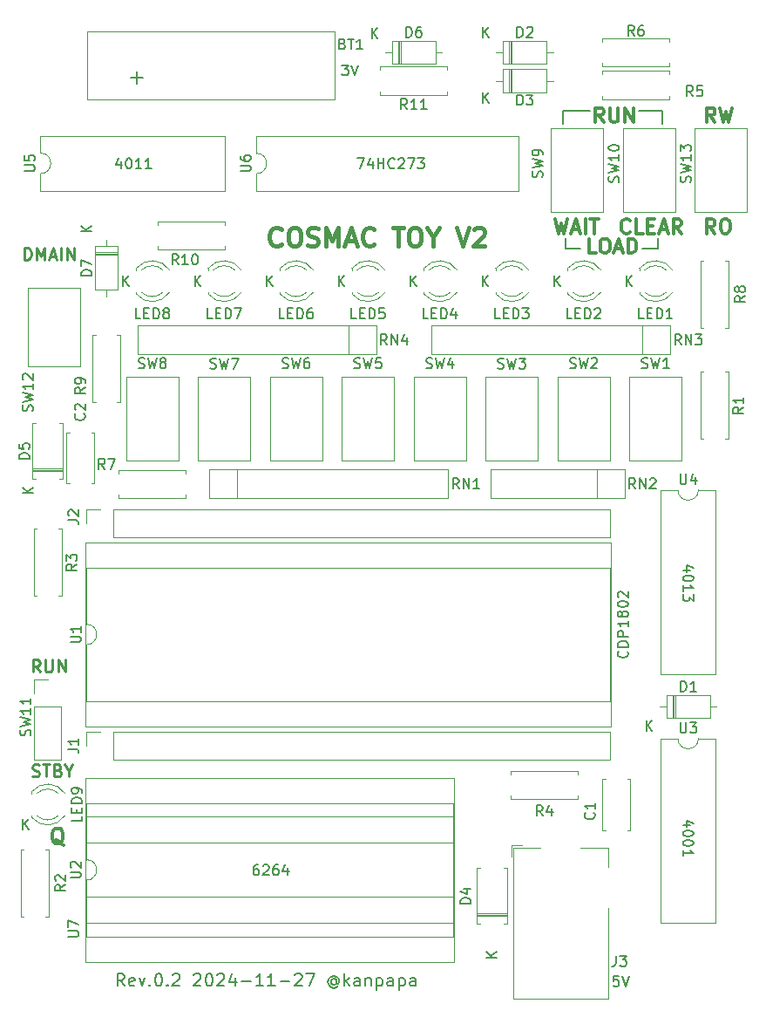
<source format=gto>
G04 #@! TF.GenerationSoftware,KiCad,Pcbnew,8.0.6-8.0.6-0~ubuntu22.04.1*
G04 #@! TF.CreationDate,2024-11-27T22:38:52+09:00*
G04 #@! TF.ProjectId,cosmac_toy_v2,636f736d-6163-45f7-946f-795f76322e6b,0.1*
G04 #@! TF.SameCoordinates,PX1d11680PY907ef78*
G04 #@! TF.FileFunction,Legend,Top*
G04 #@! TF.FilePolarity,Positive*
%FSLAX46Y46*%
G04 Gerber Fmt 4.6, Leading zero omitted, Abs format (unit mm)*
G04 Created by KiCad (PCBNEW 8.0.6-8.0.6-0~ubuntu22.04.1) date 2024-11-27 22:38:52*
%MOMM*%
%LPD*%
G01*
G04 APERTURE LIST*
%ADD10C,0.150000*%
%ADD11C,0.250000*%
%ADD12C,0.300000*%
%ADD13C,0.200000*%
%ADD14C,0.400000*%
%ADD15C,0.120000*%
G04 APERTURE END LIST*
D10*
X54960000Y73025000D02*
X53460000Y73025000D01*
X60960000Y73025000D02*
X62460000Y73025000D01*
X53245000Y86360000D02*
X53245000Y85090000D01*
X55880000Y86360000D02*
X53245000Y86360000D01*
X62460000Y73025000D02*
X62460000Y74025000D01*
X62865000Y86360000D02*
X62865000Y85090000D01*
X60595000Y86360000D02*
X62865000Y86360000D01*
X53460000Y73025000D02*
X53460000Y74025000D01*
D11*
X2405901Y31909858D02*
X2005901Y32481286D01*
X1720187Y31909858D02*
X1720187Y33109858D01*
X1720187Y33109858D02*
X2177330Y33109858D01*
X2177330Y33109858D02*
X2291615Y33052715D01*
X2291615Y33052715D02*
X2348758Y32995572D01*
X2348758Y32995572D02*
X2405901Y32881286D01*
X2405901Y32881286D02*
X2405901Y32709858D01*
X2405901Y32709858D02*
X2348758Y32595572D01*
X2348758Y32595572D02*
X2291615Y32538429D01*
X2291615Y32538429D02*
X2177330Y32481286D01*
X2177330Y32481286D02*
X1720187Y32481286D01*
X2920187Y33109858D02*
X2920187Y32138429D01*
X2920187Y32138429D02*
X2977330Y32024143D01*
X2977330Y32024143D02*
X3034473Y31967000D01*
X3034473Y31967000D02*
X3148758Y31909858D01*
X3148758Y31909858D02*
X3377330Y31909858D01*
X3377330Y31909858D02*
X3491615Y31967000D01*
X3491615Y31967000D02*
X3548758Y32024143D01*
X3548758Y32024143D02*
X3605901Y32138429D01*
X3605901Y32138429D02*
X3605901Y33109858D01*
X4177330Y31909858D02*
X4177330Y33109858D01*
X4177330Y33109858D02*
X4863044Y31909858D01*
X4863044Y31909858D02*
X4863044Y33109858D01*
D12*
X56442368Y72576934D02*
X55775701Y72576934D01*
X55775701Y72576934D02*
X55775701Y73976934D01*
X57175701Y73976934D02*
X57442367Y73976934D01*
X57442367Y73976934D02*
X57575701Y73910267D01*
X57575701Y73910267D02*
X57709034Y73776934D01*
X57709034Y73776934D02*
X57775701Y73510267D01*
X57775701Y73510267D02*
X57775701Y73043600D01*
X57775701Y73043600D02*
X57709034Y72776934D01*
X57709034Y72776934D02*
X57575701Y72643600D01*
X57575701Y72643600D02*
X57442367Y72576934D01*
X57442367Y72576934D02*
X57175701Y72576934D01*
X57175701Y72576934D02*
X57042367Y72643600D01*
X57042367Y72643600D02*
X56909034Y72776934D01*
X56909034Y72776934D02*
X56842367Y73043600D01*
X56842367Y73043600D02*
X56842367Y73510267D01*
X56842367Y73510267D02*
X56909034Y73776934D01*
X56909034Y73776934D02*
X57042367Y73910267D01*
X57042367Y73910267D02*
X57175701Y73976934D01*
X58309034Y72976934D02*
X58975701Y72976934D01*
X58175701Y72576934D02*
X58642368Y73976934D01*
X58642368Y73976934D02*
X59109034Y72576934D01*
X59575701Y72576934D02*
X59575701Y73976934D01*
X59575701Y73976934D02*
X59909034Y73976934D01*
X59909034Y73976934D02*
X60109034Y73910267D01*
X60109034Y73910267D02*
X60242368Y73776934D01*
X60242368Y73776934D02*
X60309034Y73643600D01*
X60309034Y73643600D02*
X60375701Y73376934D01*
X60375701Y73376934D02*
X60375701Y73176934D01*
X60375701Y73176934D02*
X60309034Y72910267D01*
X60309034Y72910267D02*
X60242368Y72776934D01*
X60242368Y72776934D02*
X60109034Y72643600D01*
X60109034Y72643600D02*
X59909034Y72576934D01*
X59909034Y72576934D02*
X59575701Y72576934D01*
D10*
X10290350Y81441848D02*
X10290350Y80775181D01*
X10052255Y81822800D02*
X9814160Y81108515D01*
X9814160Y81108515D02*
X10433207Y81108515D01*
X11004636Y81775181D02*
X11099874Y81775181D01*
X11099874Y81775181D02*
X11195112Y81727562D01*
X11195112Y81727562D02*
X11242731Y81679943D01*
X11242731Y81679943D02*
X11290350Y81584705D01*
X11290350Y81584705D02*
X11337969Y81394229D01*
X11337969Y81394229D02*
X11337969Y81156134D01*
X11337969Y81156134D02*
X11290350Y80965658D01*
X11290350Y80965658D02*
X11242731Y80870420D01*
X11242731Y80870420D02*
X11195112Y80822800D01*
X11195112Y80822800D02*
X11099874Y80775181D01*
X11099874Y80775181D02*
X11004636Y80775181D01*
X11004636Y80775181D02*
X10909398Y80822800D01*
X10909398Y80822800D02*
X10861779Y80870420D01*
X10861779Y80870420D02*
X10814160Y80965658D01*
X10814160Y80965658D02*
X10766541Y81156134D01*
X10766541Y81156134D02*
X10766541Y81394229D01*
X10766541Y81394229D02*
X10814160Y81584705D01*
X10814160Y81584705D02*
X10861779Y81679943D01*
X10861779Y81679943D02*
X10909398Y81727562D01*
X10909398Y81727562D02*
X11004636Y81775181D01*
X12290350Y80775181D02*
X11718922Y80775181D01*
X12004636Y80775181D02*
X12004636Y81775181D01*
X12004636Y81775181D02*
X11909398Y81632324D01*
X11909398Y81632324D02*
X11814160Y81537086D01*
X11814160Y81537086D02*
X11718922Y81489467D01*
X13242731Y80775181D02*
X12671303Y80775181D01*
X12957017Y80775181D02*
X12957017Y81775181D01*
X12957017Y81775181D02*
X12861779Y81632324D01*
X12861779Y81632324D02*
X12766541Y81537086D01*
X12766541Y81537086D02*
X12671303Y81489467D01*
D12*
X68005701Y74481934D02*
X67539034Y75148600D01*
X67205701Y74481934D02*
X67205701Y75881934D01*
X67205701Y75881934D02*
X67739034Y75881934D01*
X67739034Y75881934D02*
X67872368Y75815267D01*
X67872368Y75815267D02*
X67939034Y75748600D01*
X67939034Y75748600D02*
X68005701Y75615267D01*
X68005701Y75615267D02*
X68005701Y75415267D01*
X68005701Y75415267D02*
X67939034Y75281934D01*
X67939034Y75281934D02*
X67872368Y75215267D01*
X67872368Y75215267D02*
X67739034Y75148600D01*
X67739034Y75148600D02*
X67205701Y75148600D01*
X68872368Y75881934D02*
X69139034Y75881934D01*
X69139034Y75881934D02*
X69272368Y75815267D01*
X69272368Y75815267D02*
X69405701Y75681934D01*
X69405701Y75681934D02*
X69472368Y75415267D01*
X69472368Y75415267D02*
X69472368Y74948600D01*
X69472368Y74948600D02*
X69405701Y74681934D01*
X69405701Y74681934D02*
X69272368Y74548600D01*
X69272368Y74548600D02*
X69139034Y74481934D01*
X69139034Y74481934D02*
X68872368Y74481934D01*
X68872368Y74481934D02*
X68739034Y74548600D01*
X68739034Y74548600D02*
X68605701Y74681934D01*
X68605701Y74681934D02*
X68539034Y74948600D01*
X68539034Y74948600D02*
X68539034Y75415267D01*
X68539034Y75415267D02*
X68605701Y75681934D01*
X68605701Y75681934D02*
X68739034Y75815267D01*
X68739034Y75815267D02*
X68872368Y75881934D01*
D10*
X38436779Y69345181D02*
X38436779Y70345181D01*
X39008207Y69345181D02*
X38579636Y69916610D01*
X39008207Y70345181D02*
X38436779Y69773753D01*
D13*
X58630863Y2402781D02*
X58154673Y2402781D01*
X58154673Y2402781D02*
X58107054Y1926591D01*
X58107054Y1926591D02*
X58154673Y1974210D01*
X58154673Y1974210D02*
X58249911Y2021829D01*
X58249911Y2021829D02*
X58488006Y2021829D01*
X58488006Y2021829D02*
X58583244Y1974210D01*
X58583244Y1974210D02*
X58630863Y1926591D01*
X58630863Y1926591D02*
X58678482Y1831353D01*
X58678482Y1831353D02*
X58678482Y1593258D01*
X58678482Y1593258D02*
X58630863Y1498020D01*
X58630863Y1498020D02*
X58583244Y1450400D01*
X58583244Y1450400D02*
X58488006Y1402781D01*
X58488006Y1402781D02*
X58249911Y1402781D01*
X58249911Y1402781D02*
X58154673Y1450400D01*
X58154673Y1450400D02*
X58107054Y1498020D01*
X58964197Y2402781D02*
X59297530Y1402781D01*
X59297530Y1402781D02*
X59630863Y2402781D01*
D11*
X885187Y71914858D02*
X885187Y73114858D01*
X885187Y73114858D02*
X1170901Y73114858D01*
X1170901Y73114858D02*
X1342330Y73057715D01*
X1342330Y73057715D02*
X1456615Y72943429D01*
X1456615Y72943429D02*
X1513758Y72829143D01*
X1513758Y72829143D02*
X1570901Y72600572D01*
X1570901Y72600572D02*
X1570901Y72429143D01*
X1570901Y72429143D02*
X1513758Y72200572D01*
X1513758Y72200572D02*
X1456615Y72086286D01*
X1456615Y72086286D02*
X1342330Y71972000D01*
X1342330Y71972000D02*
X1170901Y71914858D01*
X1170901Y71914858D02*
X885187Y71914858D01*
X2085187Y71914858D02*
X2085187Y73114858D01*
X2085187Y73114858D02*
X2485187Y72257715D01*
X2485187Y72257715D02*
X2885187Y73114858D01*
X2885187Y73114858D02*
X2885187Y71914858D01*
X3399473Y72257715D02*
X3970902Y72257715D01*
X3285187Y71914858D02*
X3685187Y73114858D01*
X3685187Y73114858D02*
X4085187Y71914858D01*
X4485187Y71914858D02*
X4485187Y73114858D01*
X5056616Y71914858D02*
X5056616Y73114858D01*
X5056616Y73114858D02*
X5742330Y71914858D01*
X5742330Y71914858D02*
X5742330Y73114858D01*
D10*
X24466779Y69345181D02*
X24466779Y70345181D01*
X25038207Y69345181D02*
X24609636Y69916610D01*
X25038207Y70345181D02*
X24466779Y69773753D01*
D12*
X59750701Y74615267D02*
X59684034Y74548600D01*
X59684034Y74548600D02*
X59484034Y74481934D01*
X59484034Y74481934D02*
X59350701Y74481934D01*
X59350701Y74481934D02*
X59150701Y74548600D01*
X59150701Y74548600D02*
X59017368Y74681934D01*
X59017368Y74681934D02*
X58950701Y74815267D01*
X58950701Y74815267D02*
X58884034Y75081934D01*
X58884034Y75081934D02*
X58884034Y75281934D01*
X58884034Y75281934D02*
X58950701Y75548600D01*
X58950701Y75548600D02*
X59017368Y75681934D01*
X59017368Y75681934D02*
X59150701Y75815267D01*
X59150701Y75815267D02*
X59350701Y75881934D01*
X59350701Y75881934D02*
X59484034Y75881934D01*
X59484034Y75881934D02*
X59684034Y75815267D01*
X59684034Y75815267D02*
X59750701Y75748600D01*
X61017368Y74481934D02*
X60350701Y74481934D01*
X60350701Y74481934D02*
X60350701Y75881934D01*
X61484034Y75215267D02*
X61950701Y75215267D01*
X62150701Y74481934D02*
X61484034Y74481934D01*
X61484034Y74481934D02*
X61484034Y75881934D01*
X61484034Y75881934D02*
X62150701Y75881934D01*
X62684034Y74881934D02*
X63350701Y74881934D01*
X62550701Y74481934D02*
X63017368Y75881934D01*
X63017368Y75881934D02*
X63484034Y74481934D01*
X64750701Y74481934D02*
X64284034Y75148600D01*
X63950701Y74481934D02*
X63950701Y75881934D01*
X63950701Y75881934D02*
X64484034Y75881934D01*
X64484034Y75881934D02*
X64617368Y75815267D01*
X64617368Y75815267D02*
X64684034Y75748600D01*
X64684034Y75748600D02*
X64750701Y75615267D01*
X64750701Y75615267D02*
X64750701Y75415267D01*
X64750701Y75415267D02*
X64684034Y75281934D01*
X64684034Y75281934D02*
X64617368Y75215267D01*
X64617368Y75215267D02*
X64484034Y75148600D01*
X64484034Y75148600D02*
X63950701Y75148600D01*
D10*
X31771541Y90830181D02*
X32390588Y90830181D01*
X32390588Y90830181D02*
X32057255Y90449229D01*
X32057255Y90449229D02*
X32200112Y90449229D01*
X32200112Y90449229D02*
X32295350Y90401610D01*
X32295350Y90401610D02*
X32342969Y90353991D01*
X32342969Y90353991D02*
X32390588Y90258753D01*
X32390588Y90258753D02*
X32390588Y90020658D01*
X32390588Y90020658D02*
X32342969Y89925420D01*
X32342969Y89925420D02*
X32295350Y89877800D01*
X32295350Y89877800D02*
X32200112Y89830181D01*
X32200112Y89830181D02*
X31914398Y89830181D01*
X31914398Y89830181D02*
X31819160Y89877800D01*
X31819160Y89877800D02*
X31771541Y89925420D01*
X32676303Y90830181D02*
X33009636Y89830181D01*
X33009636Y89830181D02*
X33342969Y90830181D01*
X59391779Y69345181D02*
X59391779Y70345181D01*
X59963207Y69345181D02*
X59534636Y69916610D01*
X59963207Y70345181D02*
X59391779Y69773753D01*
D12*
X52467368Y75881934D02*
X52800701Y74481934D01*
X52800701Y74481934D02*
X53067368Y75481934D01*
X53067368Y75481934D02*
X53334034Y74481934D01*
X53334034Y74481934D02*
X53667368Y75881934D01*
X54134034Y74881934D02*
X54800701Y74881934D01*
X54000701Y74481934D02*
X54467368Y75881934D01*
X54467368Y75881934D02*
X54934034Y74481934D01*
X55400701Y74481934D02*
X55400701Y75881934D01*
X55867368Y75881934D02*
X56667368Y75881934D01*
X56267368Y74481934D02*
X56267368Y75881934D01*
D10*
X771779Y16640181D02*
X771779Y17640181D01*
X1343207Y16640181D02*
X914636Y17211610D01*
X1343207Y17640181D02*
X771779Y17068753D01*
D11*
X1663044Y21807000D02*
X1834473Y21749858D01*
X1834473Y21749858D02*
X2120187Y21749858D01*
X2120187Y21749858D02*
X2234473Y21807000D01*
X2234473Y21807000D02*
X2291615Y21864143D01*
X2291615Y21864143D02*
X2348758Y21978429D01*
X2348758Y21978429D02*
X2348758Y22092715D01*
X2348758Y22092715D02*
X2291615Y22207000D01*
X2291615Y22207000D02*
X2234473Y22264143D01*
X2234473Y22264143D02*
X2120187Y22321286D01*
X2120187Y22321286D02*
X1891615Y22378429D01*
X1891615Y22378429D02*
X1777330Y22435572D01*
X1777330Y22435572D02*
X1720187Y22492715D01*
X1720187Y22492715D02*
X1663044Y22607000D01*
X1663044Y22607000D02*
X1663044Y22721286D01*
X1663044Y22721286D02*
X1720187Y22835572D01*
X1720187Y22835572D02*
X1777330Y22892715D01*
X1777330Y22892715D02*
X1891615Y22949858D01*
X1891615Y22949858D02*
X2177330Y22949858D01*
X2177330Y22949858D02*
X2348758Y22892715D01*
X2691615Y22949858D02*
X3377330Y22949858D01*
X3034472Y21749858D02*
X3034472Y22949858D01*
X4177330Y22378429D02*
X4348758Y22321286D01*
X4348758Y22321286D02*
X4405901Y22264143D01*
X4405901Y22264143D02*
X4463044Y22149858D01*
X4463044Y22149858D02*
X4463044Y21978429D01*
X4463044Y21978429D02*
X4405901Y21864143D01*
X4405901Y21864143D02*
X4348758Y21807000D01*
X4348758Y21807000D02*
X4234473Y21749858D01*
X4234473Y21749858D02*
X3777330Y21749858D01*
X3777330Y21749858D02*
X3777330Y22949858D01*
X3777330Y22949858D02*
X4177330Y22949858D01*
X4177330Y22949858D02*
X4291616Y22892715D01*
X4291616Y22892715D02*
X4348758Y22835572D01*
X4348758Y22835572D02*
X4405901Y22721286D01*
X4405901Y22721286D02*
X4405901Y22607000D01*
X4405901Y22607000D02*
X4348758Y22492715D01*
X4348758Y22492715D02*
X4291616Y22435572D01*
X4291616Y22435572D02*
X4177330Y22378429D01*
X4177330Y22378429D02*
X3777330Y22378429D01*
X5205901Y22321286D02*
X5205901Y21749858D01*
X4805901Y22949858D02*
X5205901Y22321286D01*
X5205901Y22321286D02*
X5605901Y22949858D01*
D10*
X45421779Y69345181D02*
X45421779Y70345181D01*
X45993207Y69345181D02*
X45564636Y69916610D01*
X45993207Y70345181D02*
X45421779Y69773753D01*
D12*
X4729510Y15096315D02*
X4586653Y15167743D01*
X4586653Y15167743D02*
X4443796Y15310600D01*
X4443796Y15310600D02*
X4229510Y15524886D01*
X4229510Y15524886D02*
X4086653Y15596315D01*
X4086653Y15596315D02*
X3943796Y15596315D01*
X4015225Y15239172D02*
X3872368Y15310600D01*
X3872368Y15310600D02*
X3729510Y15453458D01*
X3729510Y15453458D02*
X3658082Y15739172D01*
X3658082Y15739172D02*
X3658082Y16239172D01*
X3658082Y16239172D02*
X3729510Y16524886D01*
X3729510Y16524886D02*
X3872368Y16667743D01*
X3872368Y16667743D02*
X4015225Y16739172D01*
X4015225Y16739172D02*
X4300939Y16739172D01*
X4300939Y16739172D02*
X4443796Y16667743D01*
X4443796Y16667743D02*
X4586653Y16524886D01*
X4586653Y16524886D02*
X4658082Y16239172D01*
X4658082Y16239172D02*
X4658082Y15739172D01*
X4658082Y15739172D02*
X4586653Y15453458D01*
X4586653Y15453458D02*
X4443796Y15310600D01*
X4443796Y15310600D02*
X4300939Y15239172D01*
X4300939Y15239172D02*
X4015225Y15239172D01*
D10*
X23625350Y13195181D02*
X23434874Y13195181D01*
X23434874Y13195181D02*
X23339636Y13147562D01*
X23339636Y13147562D02*
X23292017Y13099943D01*
X23292017Y13099943D02*
X23196779Y12957086D01*
X23196779Y12957086D02*
X23149160Y12766610D01*
X23149160Y12766610D02*
X23149160Y12385658D01*
X23149160Y12385658D02*
X23196779Y12290420D01*
X23196779Y12290420D02*
X23244398Y12242800D01*
X23244398Y12242800D02*
X23339636Y12195181D01*
X23339636Y12195181D02*
X23530112Y12195181D01*
X23530112Y12195181D02*
X23625350Y12242800D01*
X23625350Y12242800D02*
X23672969Y12290420D01*
X23672969Y12290420D02*
X23720588Y12385658D01*
X23720588Y12385658D02*
X23720588Y12623753D01*
X23720588Y12623753D02*
X23672969Y12718991D01*
X23672969Y12718991D02*
X23625350Y12766610D01*
X23625350Y12766610D02*
X23530112Y12814229D01*
X23530112Y12814229D02*
X23339636Y12814229D01*
X23339636Y12814229D02*
X23244398Y12766610D01*
X23244398Y12766610D02*
X23196779Y12718991D01*
X23196779Y12718991D02*
X23149160Y12623753D01*
X24101541Y13099943D02*
X24149160Y13147562D01*
X24149160Y13147562D02*
X24244398Y13195181D01*
X24244398Y13195181D02*
X24482493Y13195181D01*
X24482493Y13195181D02*
X24577731Y13147562D01*
X24577731Y13147562D02*
X24625350Y13099943D01*
X24625350Y13099943D02*
X24672969Y13004705D01*
X24672969Y13004705D02*
X24672969Y12909467D01*
X24672969Y12909467D02*
X24625350Y12766610D01*
X24625350Y12766610D02*
X24053922Y12195181D01*
X24053922Y12195181D02*
X24672969Y12195181D01*
X25530112Y13195181D02*
X25339636Y13195181D01*
X25339636Y13195181D02*
X25244398Y13147562D01*
X25244398Y13147562D02*
X25196779Y13099943D01*
X25196779Y13099943D02*
X25101541Y12957086D01*
X25101541Y12957086D02*
X25053922Y12766610D01*
X25053922Y12766610D02*
X25053922Y12385658D01*
X25053922Y12385658D02*
X25101541Y12290420D01*
X25101541Y12290420D02*
X25149160Y12242800D01*
X25149160Y12242800D02*
X25244398Y12195181D01*
X25244398Y12195181D02*
X25434874Y12195181D01*
X25434874Y12195181D02*
X25530112Y12242800D01*
X25530112Y12242800D02*
X25577731Y12290420D01*
X25577731Y12290420D02*
X25625350Y12385658D01*
X25625350Y12385658D02*
X25625350Y12623753D01*
X25625350Y12623753D02*
X25577731Y12718991D01*
X25577731Y12718991D02*
X25530112Y12766610D01*
X25530112Y12766610D02*
X25434874Y12814229D01*
X25434874Y12814229D02*
X25244398Y12814229D01*
X25244398Y12814229D02*
X25149160Y12766610D01*
X25149160Y12766610D02*
X25101541Y12718991D01*
X25101541Y12718991D02*
X25053922Y12623753D01*
X26482493Y12861848D02*
X26482493Y12195181D01*
X26244398Y13242800D02*
X26006303Y12528515D01*
X26006303Y12528515D02*
X26625350Y12528515D01*
X33261541Y81775181D02*
X33928207Y81775181D01*
X33928207Y81775181D02*
X33499636Y80775181D01*
X34737731Y81441848D02*
X34737731Y80775181D01*
X34499636Y81822800D02*
X34261541Y81108515D01*
X34261541Y81108515D02*
X34880588Y81108515D01*
X35261541Y80775181D02*
X35261541Y81775181D01*
X35261541Y81298991D02*
X35832969Y81298991D01*
X35832969Y80775181D02*
X35832969Y81775181D01*
X36880588Y80870420D02*
X36832969Y80822800D01*
X36832969Y80822800D02*
X36690112Y80775181D01*
X36690112Y80775181D02*
X36594874Y80775181D01*
X36594874Y80775181D02*
X36452017Y80822800D01*
X36452017Y80822800D02*
X36356779Y80918039D01*
X36356779Y80918039D02*
X36309160Y81013277D01*
X36309160Y81013277D02*
X36261541Y81203753D01*
X36261541Y81203753D02*
X36261541Y81346610D01*
X36261541Y81346610D02*
X36309160Y81537086D01*
X36309160Y81537086D02*
X36356779Y81632324D01*
X36356779Y81632324D02*
X36452017Y81727562D01*
X36452017Y81727562D02*
X36594874Y81775181D01*
X36594874Y81775181D02*
X36690112Y81775181D01*
X36690112Y81775181D02*
X36832969Y81727562D01*
X36832969Y81727562D02*
X36880588Y81679943D01*
X37261541Y81679943D02*
X37309160Y81727562D01*
X37309160Y81727562D02*
X37404398Y81775181D01*
X37404398Y81775181D02*
X37642493Y81775181D01*
X37642493Y81775181D02*
X37737731Y81727562D01*
X37737731Y81727562D02*
X37785350Y81679943D01*
X37785350Y81679943D02*
X37832969Y81584705D01*
X37832969Y81584705D02*
X37832969Y81489467D01*
X37832969Y81489467D02*
X37785350Y81346610D01*
X37785350Y81346610D02*
X37213922Y80775181D01*
X37213922Y80775181D02*
X37832969Y80775181D01*
X38166303Y81775181D02*
X38832969Y81775181D01*
X38832969Y81775181D02*
X38404398Y80775181D01*
X39118684Y81775181D02*
X39737731Y81775181D01*
X39737731Y81775181D02*
X39404398Y81394229D01*
X39404398Y81394229D02*
X39547255Y81394229D01*
X39547255Y81394229D02*
X39642493Y81346610D01*
X39642493Y81346610D02*
X39690112Y81298991D01*
X39690112Y81298991D02*
X39737731Y81203753D01*
X39737731Y81203753D02*
X39737731Y80965658D01*
X39737731Y80965658D02*
X39690112Y80870420D01*
X39690112Y80870420D02*
X39642493Y80822800D01*
X39642493Y80822800D02*
X39547255Y80775181D01*
X39547255Y80775181D02*
X39261541Y80775181D01*
X39261541Y80775181D02*
X39166303Y80822800D01*
X39166303Y80822800D02*
X39118684Y80870420D01*
X65566847Y41779650D02*
X64900180Y41779650D01*
X65947800Y42017745D02*
X65233514Y42255840D01*
X65233514Y42255840D02*
X65233514Y41636793D01*
X65900180Y41065364D02*
X65900180Y40970126D01*
X65900180Y40970126D02*
X65852561Y40874888D01*
X65852561Y40874888D02*
X65804942Y40827269D01*
X65804942Y40827269D02*
X65709704Y40779650D01*
X65709704Y40779650D02*
X65519228Y40732031D01*
X65519228Y40732031D02*
X65281133Y40732031D01*
X65281133Y40732031D02*
X65090657Y40779650D01*
X65090657Y40779650D02*
X64995419Y40827269D01*
X64995419Y40827269D02*
X64947800Y40874888D01*
X64947800Y40874888D02*
X64900180Y40970126D01*
X64900180Y40970126D02*
X64900180Y41065364D01*
X64900180Y41065364D02*
X64947800Y41160602D01*
X64947800Y41160602D02*
X64995419Y41208221D01*
X64995419Y41208221D02*
X65090657Y41255840D01*
X65090657Y41255840D02*
X65281133Y41303459D01*
X65281133Y41303459D02*
X65519228Y41303459D01*
X65519228Y41303459D02*
X65709704Y41255840D01*
X65709704Y41255840D02*
X65804942Y41208221D01*
X65804942Y41208221D02*
X65852561Y41160602D01*
X65852561Y41160602D02*
X65900180Y41065364D01*
X64900180Y39779650D02*
X64900180Y40351078D01*
X64900180Y40065364D02*
X65900180Y40065364D01*
X65900180Y40065364D02*
X65757323Y40160602D01*
X65757323Y40160602D02*
X65662085Y40255840D01*
X65662085Y40255840D02*
X65614466Y40351078D01*
X65900180Y39446316D02*
X65900180Y38827269D01*
X65900180Y38827269D02*
X65519228Y39160602D01*
X65519228Y39160602D02*
X65519228Y39017745D01*
X65519228Y39017745D02*
X65471609Y38922507D01*
X65471609Y38922507D02*
X65423990Y38874888D01*
X65423990Y38874888D02*
X65328752Y38827269D01*
X65328752Y38827269D02*
X65090657Y38827269D01*
X65090657Y38827269D02*
X64995419Y38874888D01*
X64995419Y38874888D02*
X64947800Y38922507D01*
X64947800Y38922507D02*
X64900180Y39017745D01*
X64900180Y39017745D02*
X64900180Y39303459D01*
X64900180Y39303459D02*
X64947800Y39398697D01*
X64947800Y39398697D02*
X64995419Y39446316D01*
X59464580Y33928208D02*
X59512200Y33880589D01*
X59512200Y33880589D02*
X59559819Y33737732D01*
X59559819Y33737732D02*
X59559819Y33642494D01*
X59559819Y33642494D02*
X59512200Y33499637D01*
X59512200Y33499637D02*
X59416961Y33404399D01*
X59416961Y33404399D02*
X59321723Y33356780D01*
X59321723Y33356780D02*
X59131247Y33309161D01*
X59131247Y33309161D02*
X58988390Y33309161D01*
X58988390Y33309161D02*
X58797914Y33356780D01*
X58797914Y33356780D02*
X58702676Y33404399D01*
X58702676Y33404399D02*
X58607438Y33499637D01*
X58607438Y33499637D02*
X58559819Y33642494D01*
X58559819Y33642494D02*
X58559819Y33737732D01*
X58559819Y33737732D02*
X58607438Y33880589D01*
X58607438Y33880589D02*
X58655057Y33928208D01*
X59559819Y34356780D02*
X58559819Y34356780D01*
X58559819Y34356780D02*
X58559819Y34594875D01*
X58559819Y34594875D02*
X58607438Y34737732D01*
X58607438Y34737732D02*
X58702676Y34832970D01*
X58702676Y34832970D02*
X58797914Y34880589D01*
X58797914Y34880589D02*
X58988390Y34928208D01*
X58988390Y34928208D02*
X59131247Y34928208D01*
X59131247Y34928208D02*
X59321723Y34880589D01*
X59321723Y34880589D02*
X59416961Y34832970D01*
X59416961Y34832970D02*
X59512200Y34737732D01*
X59512200Y34737732D02*
X59559819Y34594875D01*
X59559819Y34594875D02*
X59559819Y34356780D01*
X59559819Y35356780D02*
X58559819Y35356780D01*
X58559819Y35356780D02*
X58559819Y35737732D01*
X58559819Y35737732D02*
X58607438Y35832970D01*
X58607438Y35832970D02*
X58655057Y35880589D01*
X58655057Y35880589D02*
X58750295Y35928208D01*
X58750295Y35928208D02*
X58893152Y35928208D01*
X58893152Y35928208D02*
X58988390Y35880589D01*
X58988390Y35880589D02*
X59036009Y35832970D01*
X59036009Y35832970D02*
X59083628Y35737732D01*
X59083628Y35737732D02*
X59083628Y35356780D01*
X59559819Y36880589D02*
X59559819Y36309161D01*
X59559819Y36594875D02*
X58559819Y36594875D01*
X58559819Y36594875D02*
X58702676Y36499637D01*
X58702676Y36499637D02*
X58797914Y36404399D01*
X58797914Y36404399D02*
X58845533Y36309161D01*
X58988390Y37452018D02*
X58940771Y37356780D01*
X58940771Y37356780D02*
X58893152Y37309161D01*
X58893152Y37309161D02*
X58797914Y37261542D01*
X58797914Y37261542D02*
X58750295Y37261542D01*
X58750295Y37261542D02*
X58655057Y37309161D01*
X58655057Y37309161D02*
X58607438Y37356780D01*
X58607438Y37356780D02*
X58559819Y37452018D01*
X58559819Y37452018D02*
X58559819Y37642494D01*
X58559819Y37642494D02*
X58607438Y37737732D01*
X58607438Y37737732D02*
X58655057Y37785351D01*
X58655057Y37785351D02*
X58750295Y37832970D01*
X58750295Y37832970D02*
X58797914Y37832970D01*
X58797914Y37832970D02*
X58893152Y37785351D01*
X58893152Y37785351D02*
X58940771Y37737732D01*
X58940771Y37737732D02*
X58988390Y37642494D01*
X58988390Y37642494D02*
X58988390Y37452018D01*
X58988390Y37452018D02*
X59036009Y37356780D01*
X59036009Y37356780D02*
X59083628Y37309161D01*
X59083628Y37309161D02*
X59178866Y37261542D01*
X59178866Y37261542D02*
X59369342Y37261542D01*
X59369342Y37261542D02*
X59464580Y37309161D01*
X59464580Y37309161D02*
X59512200Y37356780D01*
X59512200Y37356780D02*
X59559819Y37452018D01*
X59559819Y37452018D02*
X59559819Y37642494D01*
X59559819Y37642494D02*
X59512200Y37737732D01*
X59512200Y37737732D02*
X59464580Y37785351D01*
X59464580Y37785351D02*
X59369342Y37832970D01*
X59369342Y37832970D02*
X59178866Y37832970D01*
X59178866Y37832970D02*
X59083628Y37785351D01*
X59083628Y37785351D02*
X59036009Y37737732D01*
X59036009Y37737732D02*
X58988390Y37642494D01*
X58559819Y38452018D02*
X58559819Y38547256D01*
X58559819Y38547256D02*
X58607438Y38642494D01*
X58607438Y38642494D02*
X58655057Y38690113D01*
X58655057Y38690113D02*
X58750295Y38737732D01*
X58750295Y38737732D02*
X58940771Y38785351D01*
X58940771Y38785351D02*
X59178866Y38785351D01*
X59178866Y38785351D02*
X59369342Y38737732D01*
X59369342Y38737732D02*
X59464580Y38690113D01*
X59464580Y38690113D02*
X59512200Y38642494D01*
X59512200Y38642494D02*
X59559819Y38547256D01*
X59559819Y38547256D02*
X59559819Y38452018D01*
X59559819Y38452018D02*
X59512200Y38356780D01*
X59512200Y38356780D02*
X59464580Y38309161D01*
X59464580Y38309161D02*
X59369342Y38261542D01*
X59369342Y38261542D02*
X59178866Y38213923D01*
X59178866Y38213923D02*
X58940771Y38213923D01*
X58940771Y38213923D02*
X58750295Y38261542D01*
X58750295Y38261542D02*
X58655057Y38309161D01*
X58655057Y38309161D02*
X58607438Y38356780D01*
X58607438Y38356780D02*
X58559819Y38452018D01*
X58655057Y39166304D02*
X58607438Y39213923D01*
X58607438Y39213923D02*
X58559819Y39309161D01*
X58559819Y39309161D02*
X58559819Y39547256D01*
X58559819Y39547256D02*
X58607438Y39642494D01*
X58607438Y39642494D02*
X58655057Y39690113D01*
X58655057Y39690113D02*
X58750295Y39737732D01*
X58750295Y39737732D02*
X58845533Y39737732D01*
X58845533Y39737732D02*
X58988390Y39690113D01*
X58988390Y39690113D02*
X59559819Y39118685D01*
X59559819Y39118685D02*
X59559819Y39737732D01*
D14*
X25850299Y73437515D02*
X25764585Y73351800D01*
X25764585Y73351800D02*
X25507442Y73266086D01*
X25507442Y73266086D02*
X25336014Y73266086D01*
X25336014Y73266086D02*
X25078871Y73351800D01*
X25078871Y73351800D02*
X24907442Y73523229D01*
X24907442Y73523229D02*
X24821728Y73694658D01*
X24821728Y73694658D02*
X24736014Y74037515D01*
X24736014Y74037515D02*
X24736014Y74294658D01*
X24736014Y74294658D02*
X24821728Y74637515D01*
X24821728Y74637515D02*
X24907442Y74808943D01*
X24907442Y74808943D02*
X25078871Y74980372D01*
X25078871Y74980372D02*
X25336014Y75066086D01*
X25336014Y75066086D02*
X25507442Y75066086D01*
X25507442Y75066086D02*
X25764585Y74980372D01*
X25764585Y74980372D02*
X25850299Y74894658D01*
X26964585Y75066086D02*
X27307442Y75066086D01*
X27307442Y75066086D02*
X27478871Y74980372D01*
X27478871Y74980372D02*
X27650299Y74808943D01*
X27650299Y74808943D02*
X27736014Y74466086D01*
X27736014Y74466086D02*
X27736014Y73866086D01*
X27736014Y73866086D02*
X27650299Y73523229D01*
X27650299Y73523229D02*
X27478871Y73351800D01*
X27478871Y73351800D02*
X27307442Y73266086D01*
X27307442Y73266086D02*
X26964585Y73266086D01*
X26964585Y73266086D02*
X26793157Y73351800D01*
X26793157Y73351800D02*
X26621728Y73523229D01*
X26621728Y73523229D02*
X26536014Y73866086D01*
X26536014Y73866086D02*
X26536014Y74466086D01*
X26536014Y74466086D02*
X26621728Y74808943D01*
X26621728Y74808943D02*
X26793157Y74980372D01*
X26793157Y74980372D02*
X26964585Y75066086D01*
X28421728Y73351800D02*
X28678871Y73266086D01*
X28678871Y73266086D02*
X29107442Y73266086D01*
X29107442Y73266086D02*
X29278871Y73351800D01*
X29278871Y73351800D02*
X29364585Y73437515D01*
X29364585Y73437515D02*
X29450299Y73608943D01*
X29450299Y73608943D02*
X29450299Y73780372D01*
X29450299Y73780372D02*
X29364585Y73951800D01*
X29364585Y73951800D02*
X29278871Y74037515D01*
X29278871Y74037515D02*
X29107442Y74123229D01*
X29107442Y74123229D02*
X28764585Y74208943D01*
X28764585Y74208943D02*
X28593156Y74294658D01*
X28593156Y74294658D02*
X28507442Y74380372D01*
X28507442Y74380372D02*
X28421728Y74551800D01*
X28421728Y74551800D02*
X28421728Y74723229D01*
X28421728Y74723229D02*
X28507442Y74894658D01*
X28507442Y74894658D02*
X28593156Y74980372D01*
X28593156Y74980372D02*
X28764585Y75066086D01*
X28764585Y75066086D02*
X29193156Y75066086D01*
X29193156Y75066086D02*
X29450299Y74980372D01*
X30221728Y73266086D02*
X30221728Y75066086D01*
X30221728Y75066086D02*
X30821728Y73780372D01*
X30821728Y73780372D02*
X31421728Y75066086D01*
X31421728Y75066086D02*
X31421728Y73266086D01*
X32193157Y73780372D02*
X33050300Y73780372D01*
X32021728Y73266086D02*
X32621728Y75066086D01*
X32621728Y75066086D02*
X33221728Y73266086D01*
X34850299Y73437515D02*
X34764585Y73351800D01*
X34764585Y73351800D02*
X34507442Y73266086D01*
X34507442Y73266086D02*
X34336014Y73266086D01*
X34336014Y73266086D02*
X34078871Y73351800D01*
X34078871Y73351800D02*
X33907442Y73523229D01*
X33907442Y73523229D02*
X33821728Y73694658D01*
X33821728Y73694658D02*
X33736014Y74037515D01*
X33736014Y74037515D02*
X33736014Y74294658D01*
X33736014Y74294658D02*
X33821728Y74637515D01*
X33821728Y74637515D02*
X33907442Y74808943D01*
X33907442Y74808943D02*
X34078871Y74980372D01*
X34078871Y74980372D02*
X34336014Y75066086D01*
X34336014Y75066086D02*
X34507442Y75066086D01*
X34507442Y75066086D02*
X34764585Y74980372D01*
X34764585Y74980372D02*
X34850299Y74894658D01*
X36736014Y75066086D02*
X37764586Y75066086D01*
X37250300Y73266086D02*
X37250300Y75066086D01*
X38707443Y75066086D02*
X39050300Y75066086D01*
X39050300Y75066086D02*
X39221729Y74980372D01*
X39221729Y74980372D02*
X39393157Y74808943D01*
X39393157Y74808943D02*
X39478872Y74466086D01*
X39478872Y74466086D02*
X39478872Y73866086D01*
X39478872Y73866086D02*
X39393157Y73523229D01*
X39393157Y73523229D02*
X39221729Y73351800D01*
X39221729Y73351800D02*
X39050300Y73266086D01*
X39050300Y73266086D02*
X38707443Y73266086D01*
X38707443Y73266086D02*
X38536015Y73351800D01*
X38536015Y73351800D02*
X38364586Y73523229D01*
X38364586Y73523229D02*
X38278872Y73866086D01*
X38278872Y73866086D02*
X38278872Y74466086D01*
X38278872Y74466086D02*
X38364586Y74808943D01*
X38364586Y74808943D02*
X38536015Y74980372D01*
X38536015Y74980372D02*
X38707443Y75066086D01*
X40593157Y74123229D02*
X40593157Y73266086D01*
X39993157Y75066086D02*
X40593157Y74123229D01*
X40593157Y74123229D02*
X41193157Y75066086D01*
X42907443Y75066086D02*
X43507443Y73266086D01*
X43507443Y73266086D02*
X44107443Y75066086D01*
X44621729Y74894658D02*
X44707443Y74980372D01*
X44707443Y74980372D02*
X44878872Y75066086D01*
X44878872Y75066086D02*
X45307443Y75066086D01*
X45307443Y75066086D02*
X45478872Y74980372D01*
X45478872Y74980372D02*
X45564586Y74894658D01*
X45564586Y74894658D02*
X45650300Y74723229D01*
X45650300Y74723229D02*
X45650300Y74551800D01*
X45650300Y74551800D02*
X45564586Y74294658D01*
X45564586Y74294658D02*
X44536014Y73266086D01*
X44536014Y73266086D02*
X45650300Y73266086D01*
D10*
X52406779Y69345181D02*
X52406779Y70345181D01*
X52978207Y69345181D02*
X52549636Y69916610D01*
X52978207Y70345181D02*
X52406779Y69773753D01*
X10496779Y69345181D02*
X10496779Y70345181D01*
X11068207Y69345181D02*
X10639636Y69916610D01*
X11068207Y70345181D02*
X10496779Y69773753D01*
X31451779Y69345181D02*
X31451779Y70345181D01*
X32023207Y69345181D02*
X31594636Y69916610D01*
X32023207Y70345181D02*
X31451779Y69773753D01*
X65566847Y17014650D02*
X64900180Y17014650D01*
X65947800Y17252745D02*
X65233514Y17490840D01*
X65233514Y17490840D02*
X65233514Y16871793D01*
X65900180Y16300364D02*
X65900180Y16205126D01*
X65900180Y16205126D02*
X65852561Y16109888D01*
X65852561Y16109888D02*
X65804942Y16062269D01*
X65804942Y16062269D02*
X65709704Y16014650D01*
X65709704Y16014650D02*
X65519228Y15967031D01*
X65519228Y15967031D02*
X65281133Y15967031D01*
X65281133Y15967031D02*
X65090657Y16014650D01*
X65090657Y16014650D02*
X64995419Y16062269D01*
X64995419Y16062269D02*
X64947800Y16109888D01*
X64947800Y16109888D02*
X64900180Y16205126D01*
X64900180Y16205126D02*
X64900180Y16300364D01*
X64900180Y16300364D02*
X64947800Y16395602D01*
X64947800Y16395602D02*
X64995419Y16443221D01*
X64995419Y16443221D02*
X65090657Y16490840D01*
X65090657Y16490840D02*
X65281133Y16538459D01*
X65281133Y16538459D02*
X65519228Y16538459D01*
X65519228Y16538459D02*
X65709704Y16490840D01*
X65709704Y16490840D02*
X65804942Y16443221D01*
X65804942Y16443221D02*
X65852561Y16395602D01*
X65852561Y16395602D02*
X65900180Y16300364D01*
X65900180Y15347983D02*
X65900180Y15252745D01*
X65900180Y15252745D02*
X65852561Y15157507D01*
X65852561Y15157507D02*
X65804942Y15109888D01*
X65804942Y15109888D02*
X65709704Y15062269D01*
X65709704Y15062269D02*
X65519228Y15014650D01*
X65519228Y15014650D02*
X65281133Y15014650D01*
X65281133Y15014650D02*
X65090657Y15062269D01*
X65090657Y15062269D02*
X64995419Y15109888D01*
X64995419Y15109888D02*
X64947800Y15157507D01*
X64947800Y15157507D02*
X64900180Y15252745D01*
X64900180Y15252745D02*
X64900180Y15347983D01*
X64900180Y15347983D02*
X64947800Y15443221D01*
X64947800Y15443221D02*
X64995419Y15490840D01*
X64995419Y15490840D02*
X65090657Y15538459D01*
X65090657Y15538459D02*
X65281133Y15586078D01*
X65281133Y15586078D02*
X65519228Y15586078D01*
X65519228Y15586078D02*
X65709704Y15538459D01*
X65709704Y15538459D02*
X65804942Y15490840D01*
X65804942Y15490840D02*
X65852561Y15443221D01*
X65852561Y15443221D02*
X65900180Y15347983D01*
X64900180Y14062269D02*
X64900180Y14633697D01*
X64900180Y14347983D02*
X65900180Y14347983D01*
X65900180Y14347983D02*
X65757323Y14443221D01*
X65757323Y14443221D02*
X65662085Y14538459D01*
X65662085Y14538459D02*
X65614466Y14633697D01*
X17481779Y69345181D02*
X17481779Y70345181D01*
X18053207Y69345181D02*
X17624636Y69916610D01*
X18053207Y70345181D02*
X17481779Y69773753D01*
D12*
X68005701Y85276934D02*
X67539034Y85943600D01*
X67205701Y85276934D02*
X67205701Y86676934D01*
X67205701Y86676934D02*
X67739034Y86676934D01*
X67739034Y86676934D02*
X67872368Y86610267D01*
X67872368Y86610267D02*
X67939034Y86543600D01*
X67939034Y86543600D02*
X68005701Y86410267D01*
X68005701Y86410267D02*
X68005701Y86210267D01*
X68005701Y86210267D02*
X67939034Y86076934D01*
X67939034Y86076934D02*
X67872368Y86010267D01*
X67872368Y86010267D02*
X67739034Y85943600D01*
X67739034Y85943600D02*
X67205701Y85943600D01*
X68472368Y86676934D02*
X68805701Y85276934D01*
X68805701Y85276934D02*
X69072368Y86276934D01*
X69072368Y86276934D02*
X69339034Y85276934D01*
X69339034Y85276934D02*
X69672368Y86676934D01*
X57210701Y85276934D02*
X56744034Y85943600D01*
X56410701Y85276934D02*
X56410701Y86676934D01*
X56410701Y86676934D02*
X56944034Y86676934D01*
X56944034Y86676934D02*
X57077368Y86610267D01*
X57077368Y86610267D02*
X57144034Y86543600D01*
X57144034Y86543600D02*
X57210701Y86410267D01*
X57210701Y86410267D02*
X57210701Y86210267D01*
X57210701Y86210267D02*
X57144034Y86076934D01*
X57144034Y86076934D02*
X57077368Y86010267D01*
X57077368Y86010267D02*
X56944034Y85943600D01*
X56944034Y85943600D02*
X56410701Y85943600D01*
X57810701Y86676934D02*
X57810701Y85543600D01*
X57810701Y85543600D02*
X57877368Y85410267D01*
X57877368Y85410267D02*
X57944034Y85343600D01*
X57944034Y85343600D02*
X58077368Y85276934D01*
X58077368Y85276934D02*
X58344034Y85276934D01*
X58344034Y85276934D02*
X58477368Y85343600D01*
X58477368Y85343600D02*
X58544034Y85410267D01*
X58544034Y85410267D02*
X58610701Y85543600D01*
X58610701Y85543600D02*
X58610701Y86676934D01*
X59277368Y85276934D02*
X59277368Y86676934D01*
X59277368Y86676934D02*
X60077368Y85276934D01*
X60077368Y85276934D02*
X60077368Y86676934D01*
D13*
X10628006Y1427258D02*
X10228006Y1998686D01*
X9942292Y1427258D02*
X9942292Y2627258D01*
X9942292Y2627258D02*
X10399435Y2627258D01*
X10399435Y2627258D02*
X10513720Y2570115D01*
X10513720Y2570115D02*
X10570863Y2512972D01*
X10570863Y2512972D02*
X10628006Y2398686D01*
X10628006Y2398686D02*
X10628006Y2227258D01*
X10628006Y2227258D02*
X10570863Y2112972D01*
X10570863Y2112972D02*
X10513720Y2055829D01*
X10513720Y2055829D02*
X10399435Y1998686D01*
X10399435Y1998686D02*
X9942292Y1998686D01*
X11599435Y1484400D02*
X11485149Y1427258D01*
X11485149Y1427258D02*
X11256578Y1427258D01*
X11256578Y1427258D02*
X11142292Y1484400D01*
X11142292Y1484400D02*
X11085149Y1598686D01*
X11085149Y1598686D02*
X11085149Y2055829D01*
X11085149Y2055829D02*
X11142292Y2170115D01*
X11142292Y2170115D02*
X11256578Y2227258D01*
X11256578Y2227258D02*
X11485149Y2227258D01*
X11485149Y2227258D02*
X11599435Y2170115D01*
X11599435Y2170115D02*
X11656578Y2055829D01*
X11656578Y2055829D02*
X11656578Y1941543D01*
X11656578Y1941543D02*
X11085149Y1827258D01*
X12056577Y2227258D02*
X12342291Y1427258D01*
X12342291Y1427258D02*
X12628006Y2227258D01*
X13085149Y1541543D02*
X13142292Y1484400D01*
X13142292Y1484400D02*
X13085149Y1427258D01*
X13085149Y1427258D02*
X13028006Y1484400D01*
X13028006Y1484400D02*
X13085149Y1541543D01*
X13085149Y1541543D02*
X13085149Y1427258D01*
X13885149Y2627258D02*
X13999435Y2627258D01*
X13999435Y2627258D02*
X14113721Y2570115D01*
X14113721Y2570115D02*
X14170864Y2512972D01*
X14170864Y2512972D02*
X14228006Y2398686D01*
X14228006Y2398686D02*
X14285149Y2170115D01*
X14285149Y2170115D02*
X14285149Y1884400D01*
X14285149Y1884400D02*
X14228006Y1655829D01*
X14228006Y1655829D02*
X14170864Y1541543D01*
X14170864Y1541543D02*
X14113721Y1484400D01*
X14113721Y1484400D02*
X13999435Y1427258D01*
X13999435Y1427258D02*
X13885149Y1427258D01*
X13885149Y1427258D02*
X13770864Y1484400D01*
X13770864Y1484400D02*
X13713721Y1541543D01*
X13713721Y1541543D02*
X13656578Y1655829D01*
X13656578Y1655829D02*
X13599435Y1884400D01*
X13599435Y1884400D02*
X13599435Y2170115D01*
X13599435Y2170115D02*
X13656578Y2398686D01*
X13656578Y2398686D02*
X13713721Y2512972D01*
X13713721Y2512972D02*
X13770864Y2570115D01*
X13770864Y2570115D02*
X13885149Y2627258D01*
X14799435Y1541543D02*
X14856578Y1484400D01*
X14856578Y1484400D02*
X14799435Y1427258D01*
X14799435Y1427258D02*
X14742292Y1484400D01*
X14742292Y1484400D02*
X14799435Y1541543D01*
X14799435Y1541543D02*
X14799435Y1427258D01*
X15313721Y2512972D02*
X15370864Y2570115D01*
X15370864Y2570115D02*
X15485150Y2627258D01*
X15485150Y2627258D02*
X15770864Y2627258D01*
X15770864Y2627258D02*
X15885150Y2570115D01*
X15885150Y2570115D02*
X15942292Y2512972D01*
X15942292Y2512972D02*
X15999435Y2398686D01*
X15999435Y2398686D02*
X15999435Y2284400D01*
X15999435Y2284400D02*
X15942292Y2112972D01*
X15942292Y2112972D02*
X15256578Y1427258D01*
X15256578Y1427258D02*
X15999435Y1427258D01*
X17370864Y2512972D02*
X17428007Y2570115D01*
X17428007Y2570115D02*
X17542293Y2627258D01*
X17542293Y2627258D02*
X17828007Y2627258D01*
X17828007Y2627258D02*
X17942293Y2570115D01*
X17942293Y2570115D02*
X17999435Y2512972D01*
X17999435Y2512972D02*
X18056578Y2398686D01*
X18056578Y2398686D02*
X18056578Y2284400D01*
X18056578Y2284400D02*
X17999435Y2112972D01*
X17999435Y2112972D02*
X17313721Y1427258D01*
X17313721Y1427258D02*
X18056578Y1427258D01*
X18799435Y2627258D02*
X18913721Y2627258D01*
X18913721Y2627258D02*
X19028007Y2570115D01*
X19028007Y2570115D02*
X19085150Y2512972D01*
X19085150Y2512972D02*
X19142292Y2398686D01*
X19142292Y2398686D02*
X19199435Y2170115D01*
X19199435Y2170115D02*
X19199435Y1884400D01*
X19199435Y1884400D02*
X19142292Y1655829D01*
X19142292Y1655829D02*
X19085150Y1541543D01*
X19085150Y1541543D02*
X19028007Y1484400D01*
X19028007Y1484400D02*
X18913721Y1427258D01*
X18913721Y1427258D02*
X18799435Y1427258D01*
X18799435Y1427258D02*
X18685150Y1484400D01*
X18685150Y1484400D02*
X18628007Y1541543D01*
X18628007Y1541543D02*
X18570864Y1655829D01*
X18570864Y1655829D02*
X18513721Y1884400D01*
X18513721Y1884400D02*
X18513721Y2170115D01*
X18513721Y2170115D02*
X18570864Y2398686D01*
X18570864Y2398686D02*
X18628007Y2512972D01*
X18628007Y2512972D02*
X18685150Y2570115D01*
X18685150Y2570115D02*
X18799435Y2627258D01*
X19656578Y2512972D02*
X19713721Y2570115D01*
X19713721Y2570115D02*
X19828007Y2627258D01*
X19828007Y2627258D02*
X20113721Y2627258D01*
X20113721Y2627258D02*
X20228007Y2570115D01*
X20228007Y2570115D02*
X20285149Y2512972D01*
X20285149Y2512972D02*
X20342292Y2398686D01*
X20342292Y2398686D02*
X20342292Y2284400D01*
X20342292Y2284400D02*
X20285149Y2112972D01*
X20285149Y2112972D02*
X19599435Y1427258D01*
X19599435Y1427258D02*
X20342292Y1427258D01*
X21370864Y2227258D02*
X21370864Y1427258D01*
X21085149Y2684400D02*
X20799435Y1827258D01*
X20799435Y1827258D02*
X21542292Y1827258D01*
X21999435Y1884400D02*
X22913721Y1884400D01*
X24113720Y1427258D02*
X23428006Y1427258D01*
X23770863Y1427258D02*
X23770863Y2627258D01*
X23770863Y2627258D02*
X23656577Y2455829D01*
X23656577Y2455829D02*
X23542292Y2341543D01*
X23542292Y2341543D02*
X23428006Y2284400D01*
X25256577Y1427258D02*
X24570863Y1427258D01*
X24913720Y1427258D02*
X24913720Y2627258D01*
X24913720Y2627258D02*
X24799434Y2455829D01*
X24799434Y2455829D02*
X24685149Y2341543D01*
X24685149Y2341543D02*
X24570863Y2284400D01*
X25770863Y1884400D02*
X26685149Y1884400D01*
X27199434Y2512972D02*
X27256577Y2570115D01*
X27256577Y2570115D02*
X27370863Y2627258D01*
X27370863Y2627258D02*
X27656577Y2627258D01*
X27656577Y2627258D02*
X27770863Y2570115D01*
X27770863Y2570115D02*
X27828005Y2512972D01*
X27828005Y2512972D02*
X27885148Y2398686D01*
X27885148Y2398686D02*
X27885148Y2284400D01*
X27885148Y2284400D02*
X27828005Y2112972D01*
X27828005Y2112972D02*
X27142291Y1427258D01*
X27142291Y1427258D02*
X27885148Y1427258D01*
X28285148Y2627258D02*
X29085148Y2627258D01*
X29085148Y2627258D02*
X28570862Y1427258D01*
X31199434Y1998686D02*
X31142291Y2055829D01*
X31142291Y2055829D02*
X31028005Y2112972D01*
X31028005Y2112972D02*
X30913720Y2112972D01*
X30913720Y2112972D02*
X30799434Y2055829D01*
X30799434Y2055829D02*
X30742291Y1998686D01*
X30742291Y1998686D02*
X30685148Y1884400D01*
X30685148Y1884400D02*
X30685148Y1770115D01*
X30685148Y1770115D02*
X30742291Y1655829D01*
X30742291Y1655829D02*
X30799434Y1598686D01*
X30799434Y1598686D02*
X30913720Y1541543D01*
X30913720Y1541543D02*
X31028005Y1541543D01*
X31028005Y1541543D02*
X31142291Y1598686D01*
X31142291Y1598686D02*
X31199434Y1655829D01*
X31199434Y2112972D02*
X31199434Y1655829D01*
X31199434Y1655829D02*
X31256577Y1598686D01*
X31256577Y1598686D02*
X31313720Y1598686D01*
X31313720Y1598686D02*
X31428005Y1655829D01*
X31428005Y1655829D02*
X31485148Y1770115D01*
X31485148Y1770115D02*
X31485148Y2055829D01*
X31485148Y2055829D02*
X31370863Y2227258D01*
X31370863Y2227258D02*
X31199434Y2341543D01*
X31199434Y2341543D02*
X30970863Y2398686D01*
X30970863Y2398686D02*
X30742291Y2341543D01*
X30742291Y2341543D02*
X30570863Y2227258D01*
X30570863Y2227258D02*
X30456577Y2055829D01*
X30456577Y2055829D02*
X30399434Y1827258D01*
X30399434Y1827258D02*
X30456577Y1598686D01*
X30456577Y1598686D02*
X30570863Y1427258D01*
X30570863Y1427258D02*
X30742291Y1312972D01*
X30742291Y1312972D02*
X30970863Y1255829D01*
X30970863Y1255829D02*
X31199434Y1312972D01*
X31199434Y1312972D02*
X31370863Y1427258D01*
X31999434Y1427258D02*
X31999434Y2627258D01*
X32113720Y1884400D02*
X32456577Y1427258D01*
X32456577Y2227258D02*
X31999434Y1770115D01*
X33485149Y1427258D02*
X33485149Y2055829D01*
X33485149Y2055829D02*
X33428006Y2170115D01*
X33428006Y2170115D02*
X33313720Y2227258D01*
X33313720Y2227258D02*
X33085149Y2227258D01*
X33085149Y2227258D02*
X32970863Y2170115D01*
X33485149Y1484400D02*
X33370863Y1427258D01*
X33370863Y1427258D02*
X33085149Y1427258D01*
X33085149Y1427258D02*
X32970863Y1484400D01*
X32970863Y1484400D02*
X32913720Y1598686D01*
X32913720Y1598686D02*
X32913720Y1712972D01*
X32913720Y1712972D02*
X32970863Y1827258D01*
X32970863Y1827258D02*
X33085149Y1884400D01*
X33085149Y1884400D02*
X33370863Y1884400D01*
X33370863Y1884400D02*
X33485149Y1941543D01*
X34056577Y2227258D02*
X34056577Y1427258D01*
X34056577Y2112972D02*
X34113720Y2170115D01*
X34113720Y2170115D02*
X34228005Y2227258D01*
X34228005Y2227258D02*
X34399434Y2227258D01*
X34399434Y2227258D02*
X34513720Y2170115D01*
X34513720Y2170115D02*
X34570863Y2055829D01*
X34570863Y2055829D02*
X34570863Y1427258D01*
X35142291Y2227258D02*
X35142291Y1027258D01*
X35142291Y2170115D02*
X35256577Y2227258D01*
X35256577Y2227258D02*
X35485148Y2227258D01*
X35485148Y2227258D02*
X35599434Y2170115D01*
X35599434Y2170115D02*
X35656577Y2112972D01*
X35656577Y2112972D02*
X35713719Y1998686D01*
X35713719Y1998686D02*
X35713719Y1655829D01*
X35713719Y1655829D02*
X35656577Y1541543D01*
X35656577Y1541543D02*
X35599434Y1484400D01*
X35599434Y1484400D02*
X35485148Y1427258D01*
X35485148Y1427258D02*
X35256577Y1427258D01*
X35256577Y1427258D02*
X35142291Y1484400D01*
X36742291Y1427258D02*
X36742291Y2055829D01*
X36742291Y2055829D02*
X36685148Y2170115D01*
X36685148Y2170115D02*
X36570862Y2227258D01*
X36570862Y2227258D02*
X36342291Y2227258D01*
X36342291Y2227258D02*
X36228005Y2170115D01*
X36742291Y1484400D02*
X36628005Y1427258D01*
X36628005Y1427258D02*
X36342291Y1427258D01*
X36342291Y1427258D02*
X36228005Y1484400D01*
X36228005Y1484400D02*
X36170862Y1598686D01*
X36170862Y1598686D02*
X36170862Y1712972D01*
X36170862Y1712972D02*
X36228005Y1827258D01*
X36228005Y1827258D02*
X36342291Y1884400D01*
X36342291Y1884400D02*
X36628005Y1884400D01*
X36628005Y1884400D02*
X36742291Y1941543D01*
X37313719Y2227258D02*
X37313719Y1027258D01*
X37313719Y2170115D02*
X37428005Y2227258D01*
X37428005Y2227258D02*
X37656576Y2227258D01*
X37656576Y2227258D02*
X37770862Y2170115D01*
X37770862Y2170115D02*
X37828005Y2112972D01*
X37828005Y2112972D02*
X37885147Y1998686D01*
X37885147Y1998686D02*
X37885147Y1655829D01*
X37885147Y1655829D02*
X37828005Y1541543D01*
X37828005Y1541543D02*
X37770862Y1484400D01*
X37770862Y1484400D02*
X37656576Y1427258D01*
X37656576Y1427258D02*
X37428005Y1427258D01*
X37428005Y1427258D02*
X37313719Y1484400D01*
X38913719Y1427258D02*
X38913719Y2055829D01*
X38913719Y2055829D02*
X38856576Y2170115D01*
X38856576Y2170115D02*
X38742290Y2227258D01*
X38742290Y2227258D02*
X38513719Y2227258D01*
X38513719Y2227258D02*
X38399433Y2170115D01*
X38913719Y1484400D02*
X38799433Y1427258D01*
X38799433Y1427258D02*
X38513719Y1427258D01*
X38513719Y1427258D02*
X38399433Y1484400D01*
X38399433Y1484400D02*
X38342290Y1598686D01*
X38342290Y1598686D02*
X38342290Y1712972D01*
X38342290Y1712972D02*
X38399433Y1827258D01*
X38399433Y1827258D02*
X38513719Y1884400D01*
X38513719Y1884400D02*
X38799433Y1884400D01*
X38799433Y1884400D02*
X38913719Y1941543D01*
D10*
X6804819Y59523334D02*
X6328628Y59190001D01*
X6804819Y58951906D02*
X5804819Y58951906D01*
X5804819Y58951906D02*
X5804819Y59332858D01*
X5804819Y59332858D02*
X5852438Y59428096D01*
X5852438Y59428096D02*
X5900057Y59475715D01*
X5900057Y59475715D02*
X5995295Y59523334D01*
X5995295Y59523334D02*
X6138152Y59523334D01*
X6138152Y59523334D02*
X6233390Y59475715D01*
X6233390Y59475715D02*
X6281009Y59428096D01*
X6281009Y59428096D02*
X6328628Y59332858D01*
X6328628Y59332858D02*
X6328628Y58951906D01*
X6804819Y59999525D02*
X6804819Y60190001D01*
X6804819Y60190001D02*
X6757200Y60285239D01*
X6757200Y60285239D02*
X6709580Y60332858D01*
X6709580Y60332858D02*
X6566723Y60428096D01*
X6566723Y60428096D02*
X6376247Y60475715D01*
X6376247Y60475715D02*
X5995295Y60475715D01*
X5995295Y60475715D02*
X5900057Y60428096D01*
X5900057Y60428096D02*
X5852438Y60380477D01*
X5852438Y60380477D02*
X5804819Y60285239D01*
X5804819Y60285239D02*
X5804819Y60094763D01*
X5804819Y60094763D02*
X5852438Y59999525D01*
X5852438Y59999525D02*
X5900057Y59951906D01*
X5900057Y59951906D02*
X5995295Y59904287D01*
X5995295Y59904287D02*
X6233390Y59904287D01*
X6233390Y59904287D02*
X6328628Y59951906D01*
X6328628Y59951906D02*
X6376247Y59999525D01*
X6376247Y59999525D02*
X6423866Y60094763D01*
X6423866Y60094763D02*
X6423866Y60285239D01*
X6423866Y60285239D02*
X6376247Y60380477D01*
X6376247Y60380477D02*
X6328628Y60428096D01*
X6328628Y60428096D02*
X6233390Y60475715D01*
X64643095Y27005181D02*
X64643095Y26195658D01*
X64643095Y26195658D02*
X64690714Y26100420D01*
X64690714Y26100420D02*
X64738333Y26052800D01*
X64738333Y26052800D02*
X64833571Y26005181D01*
X64833571Y26005181D02*
X65024047Y26005181D01*
X65024047Y26005181D02*
X65119285Y26052800D01*
X65119285Y26052800D02*
X65166904Y26100420D01*
X65166904Y26100420D02*
X65214523Y26195658D01*
X65214523Y26195658D02*
X65214523Y27005181D01*
X65595476Y27005181D02*
X66214523Y27005181D01*
X66214523Y27005181D02*
X65881190Y26624229D01*
X65881190Y26624229D02*
X66024047Y26624229D01*
X66024047Y26624229D02*
X66119285Y26576610D01*
X66119285Y26576610D02*
X66166904Y26528991D01*
X66166904Y26528991D02*
X66214523Y26433753D01*
X66214523Y26433753D02*
X66214523Y26195658D01*
X66214523Y26195658D02*
X66166904Y26100420D01*
X66166904Y26100420D02*
X66119285Y26052800D01*
X66119285Y26052800D02*
X66024047Y26005181D01*
X66024047Y26005181D02*
X65738333Y26005181D01*
X65738333Y26005181D02*
X65643095Y26052800D01*
X65643095Y26052800D02*
X65595476Y26100420D01*
X15867142Y71470181D02*
X15533809Y71946372D01*
X15295714Y71470181D02*
X15295714Y72470181D01*
X15295714Y72470181D02*
X15676666Y72470181D01*
X15676666Y72470181D02*
X15771904Y72422562D01*
X15771904Y72422562D02*
X15819523Y72374943D01*
X15819523Y72374943D02*
X15867142Y72279705D01*
X15867142Y72279705D02*
X15867142Y72136848D01*
X15867142Y72136848D02*
X15819523Y72041610D01*
X15819523Y72041610D02*
X15771904Y71993991D01*
X15771904Y71993991D02*
X15676666Y71946372D01*
X15676666Y71946372D02*
X15295714Y71946372D01*
X16819523Y71470181D02*
X16248095Y71470181D01*
X16533809Y71470181D02*
X16533809Y72470181D01*
X16533809Y72470181D02*
X16438571Y72327324D01*
X16438571Y72327324D02*
X16343333Y72232086D01*
X16343333Y72232086D02*
X16248095Y72184467D01*
X17438571Y72470181D02*
X17533809Y72470181D01*
X17533809Y72470181D02*
X17629047Y72422562D01*
X17629047Y72422562D02*
X17676666Y72374943D01*
X17676666Y72374943D02*
X17724285Y72279705D01*
X17724285Y72279705D02*
X17771904Y72089229D01*
X17771904Y72089229D02*
X17771904Y71851134D01*
X17771904Y71851134D02*
X17724285Y71660658D01*
X17724285Y71660658D02*
X17676666Y71565420D01*
X17676666Y71565420D02*
X17629047Y71517800D01*
X17629047Y71517800D02*
X17533809Y71470181D01*
X17533809Y71470181D02*
X17438571Y71470181D01*
X17438571Y71470181D02*
X17343333Y71517800D01*
X17343333Y71517800D02*
X17295714Y71565420D01*
X17295714Y71565420D02*
X17248095Y71660658D01*
X17248095Y71660658D02*
X17200476Y71851134D01*
X17200476Y71851134D02*
X17200476Y72089229D01*
X17200476Y72089229D02*
X17248095Y72279705D01*
X17248095Y72279705D02*
X17295714Y72374943D01*
X17295714Y72374943D02*
X17343333Y72422562D01*
X17343333Y72422562D02*
X17438571Y72470181D01*
X5169819Y46656667D02*
X5884104Y46656667D01*
X5884104Y46656667D02*
X6026961Y46609048D01*
X6026961Y46609048D02*
X6122200Y46513810D01*
X6122200Y46513810D02*
X6169819Y46370953D01*
X6169819Y46370953D02*
X6169819Y46275715D01*
X5265057Y47085239D02*
X5217438Y47132858D01*
X5217438Y47132858D02*
X5169819Y47228096D01*
X5169819Y47228096D02*
X5169819Y47466191D01*
X5169819Y47466191D02*
X5217438Y47561429D01*
X5217438Y47561429D02*
X5265057Y47609048D01*
X5265057Y47609048D02*
X5360295Y47656667D01*
X5360295Y47656667D02*
X5455533Y47656667D01*
X5455533Y47656667D02*
X5598390Y47609048D01*
X5598390Y47609048D02*
X6169819Y47037620D01*
X6169819Y47037620D02*
X6169819Y47656667D01*
X5169819Y24431667D02*
X5884104Y24431667D01*
X5884104Y24431667D02*
X6026961Y24384048D01*
X6026961Y24384048D02*
X6122200Y24288810D01*
X6122200Y24288810D02*
X6169819Y24145953D01*
X6169819Y24145953D02*
X6169819Y24050715D01*
X6169819Y25431667D02*
X6169819Y24860239D01*
X6169819Y25145953D02*
X5169819Y25145953D01*
X5169819Y25145953D02*
X5312676Y25050715D01*
X5312676Y25050715D02*
X5407914Y24955477D01*
X5407914Y24955477D02*
X5455533Y24860239D01*
X25971667Y61447800D02*
X26114524Y61400181D01*
X26114524Y61400181D02*
X26352619Y61400181D01*
X26352619Y61400181D02*
X26447857Y61447800D01*
X26447857Y61447800D02*
X26495476Y61495420D01*
X26495476Y61495420D02*
X26543095Y61590658D01*
X26543095Y61590658D02*
X26543095Y61685896D01*
X26543095Y61685896D02*
X26495476Y61781134D01*
X26495476Y61781134D02*
X26447857Y61828753D01*
X26447857Y61828753D02*
X26352619Y61876372D01*
X26352619Y61876372D02*
X26162143Y61923991D01*
X26162143Y61923991D02*
X26066905Y61971610D01*
X26066905Y61971610D02*
X26019286Y62019229D01*
X26019286Y62019229D02*
X25971667Y62114467D01*
X25971667Y62114467D02*
X25971667Y62209705D01*
X25971667Y62209705D02*
X26019286Y62304943D01*
X26019286Y62304943D02*
X26066905Y62352562D01*
X26066905Y62352562D02*
X26162143Y62400181D01*
X26162143Y62400181D02*
X26400238Y62400181D01*
X26400238Y62400181D02*
X26543095Y62352562D01*
X26876429Y62400181D02*
X27114524Y61400181D01*
X27114524Y61400181D02*
X27305000Y62114467D01*
X27305000Y62114467D02*
X27495476Y61400181D01*
X27495476Y61400181D02*
X27733572Y62400181D01*
X28543095Y62400181D02*
X28352619Y62400181D01*
X28352619Y62400181D02*
X28257381Y62352562D01*
X28257381Y62352562D02*
X28209762Y62304943D01*
X28209762Y62304943D02*
X28114524Y62162086D01*
X28114524Y62162086D02*
X28066905Y61971610D01*
X28066905Y61971610D02*
X28066905Y61590658D01*
X28066905Y61590658D02*
X28114524Y61495420D01*
X28114524Y61495420D02*
X28162143Y61447800D01*
X28162143Y61447800D02*
X28257381Y61400181D01*
X28257381Y61400181D02*
X28447857Y61400181D01*
X28447857Y61400181D02*
X28543095Y61447800D01*
X28543095Y61447800D02*
X28590714Y61495420D01*
X28590714Y61495420D02*
X28638333Y61590658D01*
X28638333Y61590658D02*
X28638333Y61828753D01*
X28638333Y61828753D02*
X28590714Y61923991D01*
X28590714Y61923991D02*
X28543095Y61971610D01*
X28543095Y61971610D02*
X28447857Y62019229D01*
X28447857Y62019229D02*
X28257381Y62019229D01*
X28257381Y62019229D02*
X28162143Y61971610D01*
X28162143Y61971610D02*
X28114524Y61923991D01*
X28114524Y61923991D02*
X28066905Y61828753D01*
X65873333Y87810181D02*
X65540000Y88286372D01*
X65301905Y87810181D02*
X65301905Y88810181D01*
X65301905Y88810181D02*
X65682857Y88810181D01*
X65682857Y88810181D02*
X65778095Y88762562D01*
X65778095Y88762562D02*
X65825714Y88714943D01*
X65825714Y88714943D02*
X65873333Y88619705D01*
X65873333Y88619705D02*
X65873333Y88476848D01*
X65873333Y88476848D02*
X65825714Y88381610D01*
X65825714Y88381610D02*
X65778095Y88333991D01*
X65778095Y88333991D02*
X65682857Y88286372D01*
X65682857Y88286372D02*
X65301905Y88286372D01*
X66778095Y88810181D02*
X66301905Y88810181D01*
X66301905Y88810181D02*
X66254286Y88333991D01*
X66254286Y88333991D02*
X66301905Y88381610D01*
X66301905Y88381610D02*
X66397143Y88429229D01*
X66397143Y88429229D02*
X66635238Y88429229D01*
X66635238Y88429229D02*
X66730476Y88381610D01*
X66730476Y88381610D02*
X66778095Y88333991D01*
X66778095Y88333991D02*
X66825714Y88238753D01*
X66825714Y88238753D02*
X66825714Y88000658D01*
X66825714Y88000658D02*
X66778095Y87905420D01*
X66778095Y87905420D02*
X66730476Y87857800D01*
X66730476Y87857800D02*
X66635238Y87810181D01*
X66635238Y87810181D02*
X66397143Y87810181D01*
X66397143Y87810181D02*
X66301905Y87857800D01*
X66301905Y87857800D02*
X66254286Y87905420D01*
X64643095Y51135181D02*
X64643095Y50325658D01*
X64643095Y50325658D02*
X64690714Y50230420D01*
X64690714Y50230420D02*
X64738333Y50182800D01*
X64738333Y50182800D02*
X64833571Y50135181D01*
X64833571Y50135181D02*
X65024047Y50135181D01*
X65024047Y50135181D02*
X65119285Y50182800D01*
X65119285Y50182800D02*
X65166904Y50230420D01*
X65166904Y50230420D02*
X65214523Y50325658D01*
X65214523Y50325658D02*
X65214523Y51135181D01*
X66119285Y50801848D02*
X66119285Y50135181D01*
X65881190Y51182800D02*
X65643095Y50468515D01*
X65643095Y50468515D02*
X66262142Y50468515D01*
X5999819Y42378334D02*
X5523628Y42045001D01*
X5999819Y41806906D02*
X4999819Y41806906D01*
X4999819Y41806906D02*
X4999819Y42187858D01*
X4999819Y42187858D02*
X5047438Y42283096D01*
X5047438Y42283096D02*
X5095057Y42330715D01*
X5095057Y42330715D02*
X5190295Y42378334D01*
X5190295Y42378334D02*
X5333152Y42378334D01*
X5333152Y42378334D02*
X5428390Y42330715D01*
X5428390Y42330715D02*
X5476009Y42283096D01*
X5476009Y42283096D02*
X5523628Y42187858D01*
X5523628Y42187858D02*
X5523628Y41806906D01*
X4999819Y42711668D02*
X4999819Y43330715D01*
X4999819Y43330715D02*
X5380771Y42997382D01*
X5380771Y42997382D02*
X5380771Y43140239D01*
X5380771Y43140239D02*
X5428390Y43235477D01*
X5428390Y43235477D02*
X5476009Y43283096D01*
X5476009Y43283096D02*
X5571247Y43330715D01*
X5571247Y43330715D02*
X5809342Y43330715D01*
X5809342Y43330715D02*
X5904580Y43283096D01*
X5904580Y43283096D02*
X5952200Y43235477D01*
X5952200Y43235477D02*
X5999819Y43140239D01*
X5999819Y43140239D02*
X5999819Y42854525D01*
X5999819Y42854525D02*
X5952200Y42759287D01*
X5952200Y42759287D02*
X5904580Y42711668D01*
X929819Y80528096D02*
X1739342Y80528096D01*
X1739342Y80528096D02*
X1834580Y80575715D01*
X1834580Y80575715D02*
X1882200Y80623334D01*
X1882200Y80623334D02*
X1929819Y80718572D01*
X1929819Y80718572D02*
X1929819Y80909048D01*
X1929819Y80909048D02*
X1882200Y81004286D01*
X1882200Y81004286D02*
X1834580Y81051905D01*
X1834580Y81051905D02*
X1739342Y81099524D01*
X1739342Y81099524D02*
X929819Y81099524D01*
X929819Y82051905D02*
X929819Y81575715D01*
X929819Y81575715D02*
X1406009Y81528096D01*
X1406009Y81528096D02*
X1358390Y81575715D01*
X1358390Y81575715D02*
X1310771Y81670953D01*
X1310771Y81670953D02*
X1310771Y81909048D01*
X1310771Y81909048D02*
X1358390Y82004286D01*
X1358390Y82004286D02*
X1406009Y82051905D01*
X1406009Y82051905D02*
X1501247Y82099524D01*
X1501247Y82099524D02*
X1739342Y82099524D01*
X1739342Y82099524D02*
X1834580Y82051905D01*
X1834580Y82051905D02*
X1882200Y82004286D01*
X1882200Y82004286D02*
X1929819Y81909048D01*
X1929819Y81909048D02*
X1929819Y81670953D01*
X1929819Y81670953D02*
X1882200Y81575715D01*
X1882200Y81575715D02*
X1834580Y81528096D01*
X61100952Y66220181D02*
X60624762Y66220181D01*
X60624762Y66220181D02*
X60624762Y67220181D01*
X61434286Y66743991D02*
X61767619Y66743991D01*
X61910476Y66220181D02*
X61434286Y66220181D01*
X61434286Y66220181D02*
X61434286Y67220181D01*
X61434286Y67220181D02*
X61910476Y67220181D01*
X62339048Y66220181D02*
X62339048Y67220181D01*
X62339048Y67220181D02*
X62577143Y67220181D01*
X62577143Y67220181D02*
X62720000Y67172562D01*
X62720000Y67172562D02*
X62815238Y67077324D01*
X62815238Y67077324D02*
X62862857Y66982086D01*
X62862857Y66982086D02*
X62910476Y66791610D01*
X62910476Y66791610D02*
X62910476Y66648753D01*
X62910476Y66648753D02*
X62862857Y66458277D01*
X62862857Y66458277D02*
X62815238Y66363039D01*
X62815238Y66363039D02*
X62720000Y66267800D01*
X62720000Y66267800D02*
X62577143Y66220181D01*
X62577143Y66220181D02*
X62339048Y66220181D01*
X63862857Y66220181D02*
X63291429Y66220181D01*
X63577143Y66220181D02*
X63577143Y67220181D01*
X63577143Y67220181D02*
X63481905Y67077324D01*
X63481905Y67077324D02*
X63386667Y66982086D01*
X63386667Y66982086D02*
X63291429Y66934467D01*
X6709580Y56983334D02*
X6757200Y56935715D01*
X6757200Y56935715D02*
X6804819Y56792858D01*
X6804819Y56792858D02*
X6804819Y56697620D01*
X6804819Y56697620D02*
X6757200Y56554763D01*
X6757200Y56554763D02*
X6661961Y56459525D01*
X6661961Y56459525D02*
X6566723Y56411906D01*
X6566723Y56411906D02*
X6376247Y56364287D01*
X6376247Y56364287D02*
X6233390Y56364287D01*
X6233390Y56364287D02*
X6042914Y56411906D01*
X6042914Y56411906D02*
X5947676Y56459525D01*
X5947676Y56459525D02*
X5852438Y56554763D01*
X5852438Y56554763D02*
X5804819Y56697620D01*
X5804819Y56697620D02*
X5804819Y56792858D01*
X5804819Y56792858D02*
X5852438Y56935715D01*
X5852438Y56935715D02*
X5900057Y56983334D01*
X5900057Y57364287D02*
X5852438Y57411906D01*
X5852438Y57411906D02*
X5804819Y57507144D01*
X5804819Y57507144D02*
X5804819Y57745239D01*
X5804819Y57745239D02*
X5852438Y57840477D01*
X5852438Y57840477D02*
X5900057Y57888096D01*
X5900057Y57888096D02*
X5995295Y57935715D01*
X5995295Y57935715D02*
X6090533Y57935715D01*
X6090533Y57935715D02*
X6233390Y57888096D01*
X6233390Y57888096D02*
X6804819Y57316668D01*
X6804819Y57316668D02*
X6804819Y57935715D01*
X40155952Y66220181D02*
X39679762Y66220181D01*
X39679762Y66220181D02*
X39679762Y67220181D01*
X40489286Y66743991D02*
X40822619Y66743991D01*
X40965476Y66220181D02*
X40489286Y66220181D01*
X40489286Y66220181D02*
X40489286Y67220181D01*
X40489286Y67220181D02*
X40965476Y67220181D01*
X41394048Y66220181D02*
X41394048Y67220181D01*
X41394048Y67220181D02*
X41632143Y67220181D01*
X41632143Y67220181D02*
X41775000Y67172562D01*
X41775000Y67172562D02*
X41870238Y67077324D01*
X41870238Y67077324D02*
X41917857Y66982086D01*
X41917857Y66982086D02*
X41965476Y66791610D01*
X41965476Y66791610D02*
X41965476Y66648753D01*
X41965476Y66648753D02*
X41917857Y66458277D01*
X41917857Y66458277D02*
X41870238Y66363039D01*
X41870238Y66363039D02*
X41775000Y66267800D01*
X41775000Y66267800D02*
X41632143Y66220181D01*
X41632143Y66220181D02*
X41394048Y66220181D01*
X42822619Y66886848D02*
X42822619Y66220181D01*
X42584524Y67267800D02*
X42346429Y66553515D01*
X42346429Y66553515D02*
X42965476Y66553515D01*
X4899819Y11263334D02*
X4423628Y10930001D01*
X4899819Y10691906D02*
X3899819Y10691906D01*
X3899819Y10691906D02*
X3899819Y11072858D01*
X3899819Y11072858D02*
X3947438Y11168096D01*
X3947438Y11168096D02*
X3995057Y11215715D01*
X3995057Y11215715D02*
X4090295Y11263334D01*
X4090295Y11263334D02*
X4233152Y11263334D01*
X4233152Y11263334D02*
X4328390Y11215715D01*
X4328390Y11215715D02*
X4376009Y11168096D01*
X4376009Y11168096D02*
X4423628Y11072858D01*
X4423628Y11072858D02*
X4423628Y10691906D01*
X3995057Y11644287D02*
X3947438Y11691906D01*
X3947438Y11691906D02*
X3899819Y11787144D01*
X3899819Y11787144D02*
X3899819Y12025239D01*
X3899819Y12025239D02*
X3947438Y12120477D01*
X3947438Y12120477D02*
X3995057Y12168096D01*
X3995057Y12168096D02*
X4090295Y12215715D01*
X4090295Y12215715D02*
X4185533Y12215715D01*
X4185533Y12215715D02*
X4328390Y12168096D01*
X4328390Y12168096D02*
X4899819Y11596668D01*
X4899819Y11596668D02*
X4899819Y12215715D01*
X12001667Y61447800D02*
X12144524Y61400181D01*
X12144524Y61400181D02*
X12382619Y61400181D01*
X12382619Y61400181D02*
X12477857Y61447800D01*
X12477857Y61447800D02*
X12525476Y61495420D01*
X12525476Y61495420D02*
X12573095Y61590658D01*
X12573095Y61590658D02*
X12573095Y61685896D01*
X12573095Y61685896D02*
X12525476Y61781134D01*
X12525476Y61781134D02*
X12477857Y61828753D01*
X12477857Y61828753D02*
X12382619Y61876372D01*
X12382619Y61876372D02*
X12192143Y61923991D01*
X12192143Y61923991D02*
X12096905Y61971610D01*
X12096905Y61971610D02*
X12049286Y62019229D01*
X12049286Y62019229D02*
X12001667Y62114467D01*
X12001667Y62114467D02*
X12001667Y62209705D01*
X12001667Y62209705D02*
X12049286Y62304943D01*
X12049286Y62304943D02*
X12096905Y62352562D01*
X12096905Y62352562D02*
X12192143Y62400181D01*
X12192143Y62400181D02*
X12430238Y62400181D01*
X12430238Y62400181D02*
X12573095Y62352562D01*
X12906429Y62400181D02*
X13144524Y61400181D01*
X13144524Y61400181D02*
X13335000Y62114467D01*
X13335000Y62114467D02*
X13525476Y61400181D01*
X13525476Y61400181D02*
X13763572Y62400181D01*
X14287381Y61971610D02*
X14192143Y62019229D01*
X14192143Y62019229D02*
X14144524Y62066848D01*
X14144524Y62066848D02*
X14096905Y62162086D01*
X14096905Y62162086D02*
X14096905Y62209705D01*
X14096905Y62209705D02*
X14144524Y62304943D01*
X14144524Y62304943D02*
X14192143Y62352562D01*
X14192143Y62352562D02*
X14287381Y62400181D01*
X14287381Y62400181D02*
X14477857Y62400181D01*
X14477857Y62400181D02*
X14573095Y62352562D01*
X14573095Y62352562D02*
X14620714Y62304943D01*
X14620714Y62304943D02*
X14668333Y62209705D01*
X14668333Y62209705D02*
X14668333Y62162086D01*
X14668333Y62162086D02*
X14620714Y62066848D01*
X14620714Y62066848D02*
X14573095Y62019229D01*
X14573095Y62019229D02*
X14477857Y61971610D01*
X14477857Y61971610D02*
X14287381Y61971610D01*
X14287381Y61971610D02*
X14192143Y61923991D01*
X14192143Y61923991D02*
X14144524Y61876372D01*
X14144524Y61876372D02*
X14096905Y61781134D01*
X14096905Y61781134D02*
X14096905Y61590658D01*
X14096905Y61590658D02*
X14144524Y61495420D01*
X14144524Y61495420D02*
X14192143Y61447800D01*
X14192143Y61447800D02*
X14287381Y61400181D01*
X14287381Y61400181D02*
X14477857Y61400181D01*
X14477857Y61400181D02*
X14573095Y61447800D01*
X14573095Y61447800D02*
X14620714Y61495420D01*
X14620714Y61495420D02*
X14668333Y61590658D01*
X14668333Y61590658D02*
X14668333Y61781134D01*
X14668333Y61781134D02*
X14620714Y61876372D01*
X14620714Y61876372D02*
X14573095Y61923991D01*
X14573095Y61923991D02*
X14477857Y61971610D01*
X8723333Y51615181D02*
X8390000Y52091372D01*
X8151905Y51615181D02*
X8151905Y52615181D01*
X8151905Y52615181D02*
X8532857Y52615181D01*
X8532857Y52615181D02*
X8628095Y52567562D01*
X8628095Y52567562D02*
X8675714Y52519943D01*
X8675714Y52519943D02*
X8723333Y52424705D01*
X8723333Y52424705D02*
X8723333Y52281848D01*
X8723333Y52281848D02*
X8675714Y52186610D01*
X8675714Y52186610D02*
X8628095Y52138991D01*
X8628095Y52138991D02*
X8532857Y52091372D01*
X8532857Y52091372D02*
X8151905Y52091372D01*
X9056667Y52615181D02*
X9723333Y52615181D01*
X9723333Y52615181D02*
X9294762Y51615181D01*
X19195952Y66220181D02*
X18719762Y66220181D01*
X18719762Y66220181D02*
X18719762Y67220181D01*
X19529286Y66743991D02*
X19862619Y66743991D01*
X20005476Y66220181D02*
X19529286Y66220181D01*
X19529286Y66220181D02*
X19529286Y67220181D01*
X19529286Y67220181D02*
X20005476Y67220181D01*
X20434048Y66220181D02*
X20434048Y67220181D01*
X20434048Y67220181D02*
X20672143Y67220181D01*
X20672143Y67220181D02*
X20815000Y67172562D01*
X20815000Y67172562D02*
X20910238Y67077324D01*
X20910238Y67077324D02*
X20957857Y66982086D01*
X20957857Y66982086D02*
X21005476Y66791610D01*
X21005476Y66791610D02*
X21005476Y66648753D01*
X21005476Y66648753D02*
X20957857Y66458277D01*
X20957857Y66458277D02*
X20910238Y66363039D01*
X20910238Y66363039D02*
X20815000Y66267800D01*
X20815000Y66267800D02*
X20672143Y66220181D01*
X20672143Y66220181D02*
X20434048Y66220181D01*
X21338810Y67220181D02*
X22005476Y67220181D01*
X22005476Y67220181D02*
X21576905Y66220181D01*
X70769819Y57618334D02*
X70293628Y57285001D01*
X70769819Y57046906D02*
X69769819Y57046906D01*
X69769819Y57046906D02*
X69769819Y57427858D01*
X69769819Y57427858D02*
X69817438Y57523096D01*
X69817438Y57523096D02*
X69865057Y57570715D01*
X69865057Y57570715D02*
X69960295Y57618334D01*
X69960295Y57618334D02*
X70103152Y57618334D01*
X70103152Y57618334D02*
X70198390Y57570715D01*
X70198390Y57570715D02*
X70246009Y57523096D01*
X70246009Y57523096D02*
X70293628Y57427858D01*
X70293628Y57427858D02*
X70293628Y57046906D01*
X70769819Y58570715D02*
X70769819Y57999287D01*
X70769819Y58285001D02*
X69769819Y58285001D01*
X69769819Y58285001D02*
X69912676Y58189763D01*
X69912676Y58189763D02*
X70007914Y58094525D01*
X70007914Y58094525D02*
X70055533Y57999287D01*
X21889819Y80518096D02*
X22699342Y80518096D01*
X22699342Y80518096D02*
X22794580Y80565715D01*
X22794580Y80565715D02*
X22842200Y80613334D01*
X22842200Y80613334D02*
X22889819Y80708572D01*
X22889819Y80708572D02*
X22889819Y80899048D01*
X22889819Y80899048D02*
X22842200Y80994286D01*
X22842200Y80994286D02*
X22794580Y81041905D01*
X22794580Y81041905D02*
X22699342Y81089524D01*
X22699342Y81089524D02*
X21889819Y81089524D01*
X21889819Y81994286D02*
X21889819Y81803810D01*
X21889819Y81803810D02*
X21937438Y81708572D01*
X21937438Y81708572D02*
X21985057Y81660953D01*
X21985057Y81660953D02*
X22127914Y81565715D01*
X22127914Y81565715D02*
X22318390Y81518096D01*
X22318390Y81518096D02*
X22699342Y81518096D01*
X22699342Y81518096D02*
X22794580Y81565715D01*
X22794580Y81565715D02*
X22842200Y81613334D01*
X22842200Y81613334D02*
X22889819Y81708572D01*
X22889819Y81708572D02*
X22889819Y81899048D01*
X22889819Y81899048D02*
X22842200Y81994286D01*
X22842200Y81994286D02*
X22794580Y82041905D01*
X22794580Y82041905D02*
X22699342Y82089524D01*
X22699342Y82089524D02*
X22461247Y82089524D01*
X22461247Y82089524D02*
X22366009Y82041905D01*
X22366009Y82041905D02*
X22318390Y81994286D01*
X22318390Y81994286D02*
X22270771Y81899048D01*
X22270771Y81899048D02*
X22270771Y81708572D01*
X22270771Y81708572D02*
X22318390Y81613334D01*
X22318390Y81613334D02*
X22366009Y81565715D01*
X22366009Y81565715D02*
X22461247Y81518096D01*
X6504819Y17930953D02*
X6504819Y17454763D01*
X6504819Y17454763D02*
X5504819Y17454763D01*
X5981009Y18264287D02*
X5981009Y18597620D01*
X6504819Y18740477D02*
X6504819Y18264287D01*
X6504819Y18264287D02*
X5504819Y18264287D01*
X5504819Y18264287D02*
X5504819Y18740477D01*
X6504819Y19169049D02*
X5504819Y19169049D01*
X5504819Y19169049D02*
X5504819Y19407144D01*
X5504819Y19407144D02*
X5552438Y19550001D01*
X5552438Y19550001D02*
X5647676Y19645239D01*
X5647676Y19645239D02*
X5742914Y19692858D01*
X5742914Y19692858D02*
X5933390Y19740477D01*
X5933390Y19740477D02*
X6076247Y19740477D01*
X6076247Y19740477D02*
X6266723Y19692858D01*
X6266723Y19692858D02*
X6361961Y19645239D01*
X6361961Y19645239D02*
X6457200Y19550001D01*
X6457200Y19550001D02*
X6504819Y19407144D01*
X6504819Y19407144D02*
X6504819Y19169049D01*
X6504819Y20216668D02*
X6504819Y20407144D01*
X6504819Y20407144D02*
X6457200Y20502382D01*
X6457200Y20502382D02*
X6409580Y20550001D01*
X6409580Y20550001D02*
X6266723Y20645239D01*
X6266723Y20645239D02*
X6076247Y20692858D01*
X6076247Y20692858D02*
X5695295Y20692858D01*
X5695295Y20692858D02*
X5600057Y20645239D01*
X5600057Y20645239D02*
X5552438Y20597620D01*
X5552438Y20597620D02*
X5504819Y20502382D01*
X5504819Y20502382D02*
X5504819Y20311906D01*
X5504819Y20311906D02*
X5552438Y20216668D01*
X5552438Y20216668D02*
X5600057Y20169049D01*
X5600057Y20169049D02*
X5695295Y20121430D01*
X5695295Y20121430D02*
X5933390Y20121430D01*
X5933390Y20121430D02*
X6028628Y20169049D01*
X6028628Y20169049D02*
X6076247Y20216668D01*
X6076247Y20216668D02*
X6123866Y20311906D01*
X6123866Y20311906D02*
X6123866Y20502382D01*
X6123866Y20502382D02*
X6076247Y20597620D01*
X6076247Y20597620D02*
X6028628Y20645239D01*
X6028628Y20645239D02*
X5933390Y20692858D01*
X39941667Y61447800D02*
X40084524Y61400181D01*
X40084524Y61400181D02*
X40322619Y61400181D01*
X40322619Y61400181D02*
X40417857Y61447800D01*
X40417857Y61447800D02*
X40465476Y61495420D01*
X40465476Y61495420D02*
X40513095Y61590658D01*
X40513095Y61590658D02*
X40513095Y61685896D01*
X40513095Y61685896D02*
X40465476Y61781134D01*
X40465476Y61781134D02*
X40417857Y61828753D01*
X40417857Y61828753D02*
X40322619Y61876372D01*
X40322619Y61876372D02*
X40132143Y61923991D01*
X40132143Y61923991D02*
X40036905Y61971610D01*
X40036905Y61971610D02*
X39989286Y62019229D01*
X39989286Y62019229D02*
X39941667Y62114467D01*
X39941667Y62114467D02*
X39941667Y62209705D01*
X39941667Y62209705D02*
X39989286Y62304943D01*
X39989286Y62304943D02*
X40036905Y62352562D01*
X40036905Y62352562D02*
X40132143Y62400181D01*
X40132143Y62400181D02*
X40370238Y62400181D01*
X40370238Y62400181D02*
X40513095Y62352562D01*
X40846429Y62400181D02*
X41084524Y61400181D01*
X41084524Y61400181D02*
X41275000Y62114467D01*
X41275000Y62114467D02*
X41465476Y61400181D01*
X41465476Y61400181D02*
X41703572Y62400181D01*
X42513095Y62066848D02*
X42513095Y61400181D01*
X42275000Y62447800D02*
X42036905Y61733515D01*
X42036905Y61733515D02*
X42655952Y61733515D01*
X58399166Y4355181D02*
X58399166Y3640896D01*
X58399166Y3640896D02*
X58351547Y3498039D01*
X58351547Y3498039D02*
X58256309Y3402800D01*
X58256309Y3402800D02*
X58113452Y3355181D01*
X58113452Y3355181D02*
X58018214Y3355181D01*
X58780119Y4355181D02*
X59399166Y4355181D01*
X59399166Y4355181D02*
X59065833Y3974229D01*
X59065833Y3974229D02*
X59208690Y3974229D01*
X59208690Y3974229D02*
X59303928Y3926610D01*
X59303928Y3926610D02*
X59351547Y3878991D01*
X59351547Y3878991D02*
X59399166Y3783753D01*
X59399166Y3783753D02*
X59399166Y3545658D01*
X59399166Y3545658D02*
X59351547Y3450420D01*
X59351547Y3450420D02*
X59303928Y3402800D01*
X59303928Y3402800D02*
X59208690Y3355181D01*
X59208690Y3355181D02*
X58922976Y3355181D01*
X58922976Y3355181D02*
X58827738Y3402800D01*
X58827738Y3402800D02*
X58780119Y3450420D01*
X60269523Y49710181D02*
X59936190Y50186372D01*
X59698095Y49710181D02*
X59698095Y50710181D01*
X59698095Y50710181D02*
X60079047Y50710181D01*
X60079047Y50710181D02*
X60174285Y50662562D01*
X60174285Y50662562D02*
X60221904Y50614943D01*
X60221904Y50614943D02*
X60269523Y50519705D01*
X60269523Y50519705D02*
X60269523Y50376848D01*
X60269523Y50376848D02*
X60221904Y50281610D01*
X60221904Y50281610D02*
X60174285Y50233991D01*
X60174285Y50233991D02*
X60079047Y50186372D01*
X60079047Y50186372D02*
X59698095Y50186372D01*
X60698095Y49710181D02*
X60698095Y50710181D01*
X60698095Y50710181D02*
X61269523Y49710181D01*
X61269523Y49710181D02*
X61269523Y50710181D01*
X61698095Y50614943D02*
X61745714Y50662562D01*
X61745714Y50662562D02*
X61840952Y50710181D01*
X61840952Y50710181D02*
X62079047Y50710181D01*
X62079047Y50710181D02*
X62174285Y50662562D01*
X62174285Y50662562D02*
X62221904Y50614943D01*
X62221904Y50614943D02*
X62269523Y50519705D01*
X62269523Y50519705D02*
X62269523Y50424467D01*
X62269523Y50424467D02*
X62221904Y50281610D01*
X62221904Y50281610D02*
X61650476Y49710181D01*
X61650476Y49710181D02*
X62269523Y49710181D01*
X1467200Y25745477D02*
X1514819Y25888334D01*
X1514819Y25888334D02*
X1514819Y26126429D01*
X1514819Y26126429D02*
X1467200Y26221667D01*
X1467200Y26221667D02*
X1419580Y26269286D01*
X1419580Y26269286D02*
X1324342Y26316905D01*
X1324342Y26316905D02*
X1229104Y26316905D01*
X1229104Y26316905D02*
X1133866Y26269286D01*
X1133866Y26269286D02*
X1086247Y26221667D01*
X1086247Y26221667D02*
X1038628Y26126429D01*
X1038628Y26126429D02*
X991009Y25935953D01*
X991009Y25935953D02*
X943390Y25840715D01*
X943390Y25840715D02*
X895771Y25793096D01*
X895771Y25793096D02*
X800533Y25745477D01*
X800533Y25745477D02*
X705295Y25745477D01*
X705295Y25745477D02*
X610057Y25793096D01*
X610057Y25793096D02*
X562438Y25840715D01*
X562438Y25840715D02*
X514819Y25935953D01*
X514819Y25935953D02*
X514819Y26174048D01*
X514819Y26174048D02*
X562438Y26316905D01*
X514819Y26650239D02*
X1514819Y26888334D01*
X1514819Y26888334D02*
X800533Y27078810D01*
X800533Y27078810D02*
X1514819Y27269286D01*
X1514819Y27269286D02*
X514819Y27507381D01*
X1514819Y28412143D02*
X1514819Y27840715D01*
X1514819Y28126429D02*
X514819Y28126429D01*
X514819Y28126429D02*
X657676Y28031191D01*
X657676Y28031191D02*
X752914Y27935953D01*
X752914Y27935953D02*
X800533Y27840715D01*
X1514819Y29364524D02*
X1514819Y28793096D01*
X1514819Y29078810D02*
X514819Y29078810D01*
X514819Y29078810D02*
X657676Y28983572D01*
X657676Y28983572D02*
X752914Y28888334D01*
X752914Y28888334D02*
X800533Y28793096D01*
X58627200Y79470477D02*
X58674819Y79613334D01*
X58674819Y79613334D02*
X58674819Y79851429D01*
X58674819Y79851429D02*
X58627200Y79946667D01*
X58627200Y79946667D02*
X58579580Y79994286D01*
X58579580Y79994286D02*
X58484342Y80041905D01*
X58484342Y80041905D02*
X58389104Y80041905D01*
X58389104Y80041905D02*
X58293866Y79994286D01*
X58293866Y79994286D02*
X58246247Y79946667D01*
X58246247Y79946667D02*
X58198628Y79851429D01*
X58198628Y79851429D02*
X58151009Y79660953D01*
X58151009Y79660953D02*
X58103390Y79565715D01*
X58103390Y79565715D02*
X58055771Y79518096D01*
X58055771Y79518096D02*
X57960533Y79470477D01*
X57960533Y79470477D02*
X57865295Y79470477D01*
X57865295Y79470477D02*
X57770057Y79518096D01*
X57770057Y79518096D02*
X57722438Y79565715D01*
X57722438Y79565715D02*
X57674819Y79660953D01*
X57674819Y79660953D02*
X57674819Y79899048D01*
X57674819Y79899048D02*
X57722438Y80041905D01*
X57674819Y80375239D02*
X58674819Y80613334D01*
X58674819Y80613334D02*
X57960533Y80803810D01*
X57960533Y80803810D02*
X58674819Y80994286D01*
X58674819Y80994286D02*
X57674819Y81232381D01*
X58674819Y82137143D02*
X58674819Y81565715D01*
X58674819Y81851429D02*
X57674819Y81851429D01*
X57674819Y81851429D02*
X57817676Y81756191D01*
X57817676Y81756191D02*
X57912914Y81660953D01*
X57912914Y81660953D02*
X57960533Y81565715D01*
X57674819Y82756191D02*
X57674819Y82851429D01*
X57674819Y82851429D02*
X57722438Y82946667D01*
X57722438Y82946667D02*
X57770057Y82994286D01*
X57770057Y82994286D02*
X57865295Y83041905D01*
X57865295Y83041905D02*
X58055771Y83089524D01*
X58055771Y83089524D02*
X58293866Y83089524D01*
X58293866Y83089524D02*
X58484342Y83041905D01*
X58484342Y83041905D02*
X58579580Y82994286D01*
X58579580Y82994286D02*
X58627200Y82946667D01*
X58627200Y82946667D02*
X58674819Y82851429D01*
X58674819Y82851429D02*
X58674819Y82756191D01*
X58674819Y82756191D02*
X58627200Y82660953D01*
X58627200Y82660953D02*
X58579580Y82613334D01*
X58579580Y82613334D02*
X58484342Y82565715D01*
X58484342Y82565715D02*
X58293866Y82518096D01*
X58293866Y82518096D02*
X58055771Y82518096D01*
X58055771Y82518096D02*
X57865295Y82565715D01*
X57865295Y82565715D02*
X57770057Y82613334D01*
X57770057Y82613334D02*
X57722438Y82660953D01*
X57722438Y82660953D02*
X57674819Y82756191D01*
X46926667Y61407800D02*
X47069524Y61360181D01*
X47069524Y61360181D02*
X47307619Y61360181D01*
X47307619Y61360181D02*
X47402857Y61407800D01*
X47402857Y61407800D02*
X47450476Y61455420D01*
X47450476Y61455420D02*
X47498095Y61550658D01*
X47498095Y61550658D02*
X47498095Y61645896D01*
X47498095Y61645896D02*
X47450476Y61741134D01*
X47450476Y61741134D02*
X47402857Y61788753D01*
X47402857Y61788753D02*
X47307619Y61836372D01*
X47307619Y61836372D02*
X47117143Y61883991D01*
X47117143Y61883991D02*
X47021905Y61931610D01*
X47021905Y61931610D02*
X46974286Y61979229D01*
X46974286Y61979229D02*
X46926667Y62074467D01*
X46926667Y62074467D02*
X46926667Y62169705D01*
X46926667Y62169705D02*
X46974286Y62264943D01*
X46974286Y62264943D02*
X47021905Y62312562D01*
X47021905Y62312562D02*
X47117143Y62360181D01*
X47117143Y62360181D02*
X47355238Y62360181D01*
X47355238Y62360181D02*
X47498095Y62312562D01*
X47831429Y62360181D02*
X48069524Y61360181D01*
X48069524Y61360181D02*
X48260000Y62074467D01*
X48260000Y62074467D02*
X48450476Y61360181D01*
X48450476Y61360181D02*
X48688572Y62360181D01*
X48974286Y62360181D02*
X49593333Y62360181D01*
X49593333Y62360181D02*
X49260000Y61979229D01*
X49260000Y61979229D02*
X49402857Y61979229D01*
X49402857Y61979229D02*
X49498095Y61931610D01*
X49498095Y61931610D02*
X49545714Y61883991D01*
X49545714Y61883991D02*
X49593333Y61788753D01*
X49593333Y61788753D02*
X49593333Y61550658D01*
X49593333Y61550658D02*
X49545714Y61455420D01*
X49545714Y61455420D02*
X49498095Y61407800D01*
X49498095Y61407800D02*
X49402857Y61360181D01*
X49402857Y61360181D02*
X49117143Y61360181D01*
X49117143Y61360181D02*
X49021905Y61407800D01*
X49021905Y61407800D02*
X48974286Y61455420D01*
X5379819Y11938096D02*
X6189342Y11938096D01*
X6189342Y11938096D02*
X6284580Y11985715D01*
X6284580Y11985715D02*
X6332200Y12033334D01*
X6332200Y12033334D02*
X6379819Y12128572D01*
X6379819Y12128572D02*
X6379819Y12319048D01*
X6379819Y12319048D02*
X6332200Y12414286D01*
X6332200Y12414286D02*
X6284580Y12461905D01*
X6284580Y12461905D02*
X6189342Y12509524D01*
X6189342Y12509524D02*
X5379819Y12509524D01*
X5475057Y12938096D02*
X5427438Y12985715D01*
X5427438Y12985715D02*
X5379819Y13080953D01*
X5379819Y13080953D02*
X5379819Y13319048D01*
X5379819Y13319048D02*
X5427438Y13414286D01*
X5427438Y13414286D02*
X5475057Y13461905D01*
X5475057Y13461905D02*
X5570295Y13509524D01*
X5570295Y13509524D02*
X5665533Y13509524D01*
X5665533Y13509524D02*
X5808390Y13461905D01*
X5808390Y13461905D02*
X6379819Y12890477D01*
X6379819Y12890477D02*
X6379819Y13509524D01*
X26185952Y66220181D02*
X25709762Y66220181D01*
X25709762Y66220181D02*
X25709762Y67220181D01*
X26519286Y66743991D02*
X26852619Y66743991D01*
X26995476Y66220181D02*
X26519286Y66220181D01*
X26519286Y66220181D02*
X26519286Y67220181D01*
X26519286Y67220181D02*
X26995476Y67220181D01*
X27424048Y66220181D02*
X27424048Y67220181D01*
X27424048Y67220181D02*
X27662143Y67220181D01*
X27662143Y67220181D02*
X27805000Y67172562D01*
X27805000Y67172562D02*
X27900238Y67077324D01*
X27900238Y67077324D02*
X27947857Y66982086D01*
X27947857Y66982086D02*
X27995476Y66791610D01*
X27995476Y66791610D02*
X27995476Y66648753D01*
X27995476Y66648753D02*
X27947857Y66458277D01*
X27947857Y66458277D02*
X27900238Y66363039D01*
X27900238Y66363039D02*
X27805000Y66267800D01*
X27805000Y66267800D02*
X27662143Y66220181D01*
X27662143Y66220181D02*
X27424048Y66220181D01*
X28852619Y67220181D02*
X28662143Y67220181D01*
X28662143Y67220181D02*
X28566905Y67172562D01*
X28566905Y67172562D02*
X28519286Y67124943D01*
X28519286Y67124943D02*
X28424048Y66982086D01*
X28424048Y66982086D02*
X28376429Y66791610D01*
X28376429Y66791610D02*
X28376429Y66410658D01*
X28376429Y66410658D02*
X28424048Y66315420D01*
X28424048Y66315420D02*
X28471667Y66267800D01*
X28471667Y66267800D02*
X28566905Y66220181D01*
X28566905Y66220181D02*
X28757381Y66220181D01*
X28757381Y66220181D02*
X28852619Y66267800D01*
X28852619Y66267800D02*
X28900238Y66315420D01*
X28900238Y66315420D02*
X28947857Y66410658D01*
X28947857Y66410658D02*
X28947857Y66648753D01*
X28947857Y66648753D02*
X28900238Y66743991D01*
X28900238Y66743991D02*
X28852619Y66791610D01*
X28852619Y66791610D02*
X28757381Y66839229D01*
X28757381Y66839229D02*
X28566905Y66839229D01*
X28566905Y66839229D02*
X28471667Y66791610D01*
X28471667Y66791610D02*
X28424048Y66743991D01*
X28424048Y66743991D02*
X28376429Y66648753D01*
X53911667Y61447800D02*
X54054524Y61400181D01*
X54054524Y61400181D02*
X54292619Y61400181D01*
X54292619Y61400181D02*
X54387857Y61447800D01*
X54387857Y61447800D02*
X54435476Y61495420D01*
X54435476Y61495420D02*
X54483095Y61590658D01*
X54483095Y61590658D02*
X54483095Y61685896D01*
X54483095Y61685896D02*
X54435476Y61781134D01*
X54435476Y61781134D02*
X54387857Y61828753D01*
X54387857Y61828753D02*
X54292619Y61876372D01*
X54292619Y61876372D02*
X54102143Y61923991D01*
X54102143Y61923991D02*
X54006905Y61971610D01*
X54006905Y61971610D02*
X53959286Y62019229D01*
X53959286Y62019229D02*
X53911667Y62114467D01*
X53911667Y62114467D02*
X53911667Y62209705D01*
X53911667Y62209705D02*
X53959286Y62304943D01*
X53959286Y62304943D02*
X54006905Y62352562D01*
X54006905Y62352562D02*
X54102143Y62400181D01*
X54102143Y62400181D02*
X54340238Y62400181D01*
X54340238Y62400181D02*
X54483095Y62352562D01*
X54816429Y62400181D02*
X55054524Y61400181D01*
X55054524Y61400181D02*
X55245000Y62114467D01*
X55245000Y62114467D02*
X55435476Y61400181D01*
X55435476Y61400181D02*
X55673572Y62400181D01*
X56006905Y62304943D02*
X56054524Y62352562D01*
X56054524Y62352562D02*
X56149762Y62400181D01*
X56149762Y62400181D02*
X56387857Y62400181D01*
X56387857Y62400181D02*
X56483095Y62352562D01*
X56483095Y62352562D02*
X56530714Y62304943D01*
X56530714Y62304943D02*
X56578333Y62209705D01*
X56578333Y62209705D02*
X56578333Y62114467D01*
X56578333Y62114467D02*
X56530714Y61971610D01*
X56530714Y61971610D02*
X55959286Y61400181D01*
X55959286Y61400181D02*
X56578333Y61400181D01*
X60896667Y61447800D02*
X61039524Y61400181D01*
X61039524Y61400181D02*
X61277619Y61400181D01*
X61277619Y61400181D02*
X61372857Y61447800D01*
X61372857Y61447800D02*
X61420476Y61495420D01*
X61420476Y61495420D02*
X61468095Y61590658D01*
X61468095Y61590658D02*
X61468095Y61685896D01*
X61468095Y61685896D02*
X61420476Y61781134D01*
X61420476Y61781134D02*
X61372857Y61828753D01*
X61372857Y61828753D02*
X61277619Y61876372D01*
X61277619Y61876372D02*
X61087143Y61923991D01*
X61087143Y61923991D02*
X60991905Y61971610D01*
X60991905Y61971610D02*
X60944286Y62019229D01*
X60944286Y62019229D02*
X60896667Y62114467D01*
X60896667Y62114467D02*
X60896667Y62209705D01*
X60896667Y62209705D02*
X60944286Y62304943D01*
X60944286Y62304943D02*
X60991905Y62352562D01*
X60991905Y62352562D02*
X61087143Y62400181D01*
X61087143Y62400181D02*
X61325238Y62400181D01*
X61325238Y62400181D02*
X61468095Y62352562D01*
X61801429Y62400181D02*
X62039524Y61400181D01*
X62039524Y61400181D02*
X62230000Y62114467D01*
X62230000Y62114467D02*
X62420476Y61400181D01*
X62420476Y61400181D02*
X62658572Y62400181D01*
X63563333Y61400181D02*
X62991905Y61400181D01*
X63277619Y61400181D02*
X63277619Y62400181D01*
X63277619Y62400181D02*
X63182381Y62257324D01*
X63182381Y62257324D02*
X63087143Y62162086D01*
X63087143Y62162086D02*
X62991905Y62114467D01*
X1389819Y52601906D02*
X389819Y52601906D01*
X389819Y52601906D02*
X389819Y52840001D01*
X389819Y52840001D02*
X437438Y52982858D01*
X437438Y52982858D02*
X532676Y53078096D01*
X532676Y53078096D02*
X627914Y53125715D01*
X627914Y53125715D02*
X818390Y53173334D01*
X818390Y53173334D02*
X961247Y53173334D01*
X961247Y53173334D02*
X1151723Y53125715D01*
X1151723Y53125715D02*
X1246961Y53078096D01*
X1246961Y53078096D02*
X1342200Y52982858D01*
X1342200Y52982858D02*
X1389819Y52840001D01*
X1389819Y52840001D02*
X1389819Y52601906D01*
X389819Y54078096D02*
X389819Y53601906D01*
X389819Y53601906D02*
X866009Y53554287D01*
X866009Y53554287D02*
X818390Y53601906D01*
X818390Y53601906D02*
X770771Y53697144D01*
X770771Y53697144D02*
X770771Y53935239D01*
X770771Y53935239D02*
X818390Y54030477D01*
X818390Y54030477D02*
X866009Y54078096D01*
X866009Y54078096D02*
X961247Y54125715D01*
X961247Y54125715D02*
X1199342Y54125715D01*
X1199342Y54125715D02*
X1294580Y54078096D01*
X1294580Y54078096D02*
X1342200Y54030477D01*
X1342200Y54030477D02*
X1389819Y53935239D01*
X1389819Y53935239D02*
X1389819Y53697144D01*
X1389819Y53697144D02*
X1342200Y53601906D01*
X1342200Y53601906D02*
X1294580Y53554287D01*
X1729819Y49268096D02*
X729819Y49268096D01*
X1729819Y49839524D02*
X1158390Y49410953D01*
X729819Y49839524D02*
X1301247Y49268096D01*
X7439819Y70381906D02*
X6439819Y70381906D01*
X6439819Y70381906D02*
X6439819Y70620001D01*
X6439819Y70620001D02*
X6487438Y70762858D01*
X6487438Y70762858D02*
X6582676Y70858096D01*
X6582676Y70858096D02*
X6677914Y70905715D01*
X6677914Y70905715D02*
X6868390Y70953334D01*
X6868390Y70953334D02*
X7011247Y70953334D01*
X7011247Y70953334D02*
X7201723Y70905715D01*
X7201723Y70905715D02*
X7296961Y70858096D01*
X7296961Y70858096D02*
X7392200Y70762858D01*
X7392200Y70762858D02*
X7439819Y70620001D01*
X7439819Y70620001D02*
X7439819Y70381906D01*
X6439819Y71286668D02*
X6439819Y71953334D01*
X6439819Y71953334D02*
X7439819Y71524763D01*
X7439819Y74668096D02*
X6439819Y74668096D01*
X7439819Y75239524D02*
X6868390Y74810953D01*
X6439819Y75239524D02*
X7011247Y74668096D01*
X5169819Y6223096D02*
X5979342Y6223096D01*
X5979342Y6223096D02*
X6074580Y6270715D01*
X6074580Y6270715D02*
X6122200Y6318334D01*
X6122200Y6318334D02*
X6169819Y6413572D01*
X6169819Y6413572D02*
X6169819Y6604048D01*
X6169819Y6604048D02*
X6122200Y6699286D01*
X6122200Y6699286D02*
X6074580Y6746905D01*
X6074580Y6746905D02*
X5979342Y6794524D01*
X5979342Y6794524D02*
X5169819Y6794524D01*
X5169819Y7175477D02*
X5169819Y7842143D01*
X5169819Y7842143D02*
X6169819Y7413572D01*
X12215952Y66220181D02*
X11739762Y66220181D01*
X11739762Y66220181D02*
X11739762Y67220181D01*
X12549286Y66743991D02*
X12882619Y66743991D01*
X13025476Y66220181D02*
X12549286Y66220181D01*
X12549286Y66220181D02*
X12549286Y67220181D01*
X12549286Y67220181D02*
X13025476Y67220181D01*
X13454048Y66220181D02*
X13454048Y67220181D01*
X13454048Y67220181D02*
X13692143Y67220181D01*
X13692143Y67220181D02*
X13835000Y67172562D01*
X13835000Y67172562D02*
X13930238Y67077324D01*
X13930238Y67077324D02*
X13977857Y66982086D01*
X13977857Y66982086D02*
X14025476Y66791610D01*
X14025476Y66791610D02*
X14025476Y66648753D01*
X14025476Y66648753D02*
X13977857Y66458277D01*
X13977857Y66458277D02*
X13930238Y66363039D01*
X13930238Y66363039D02*
X13835000Y66267800D01*
X13835000Y66267800D02*
X13692143Y66220181D01*
X13692143Y66220181D02*
X13454048Y66220181D01*
X14596905Y66791610D02*
X14501667Y66839229D01*
X14501667Y66839229D02*
X14454048Y66886848D01*
X14454048Y66886848D02*
X14406429Y66982086D01*
X14406429Y66982086D02*
X14406429Y67029705D01*
X14406429Y67029705D02*
X14454048Y67124943D01*
X14454048Y67124943D02*
X14501667Y67172562D01*
X14501667Y67172562D02*
X14596905Y67220181D01*
X14596905Y67220181D02*
X14787381Y67220181D01*
X14787381Y67220181D02*
X14882619Y67172562D01*
X14882619Y67172562D02*
X14930238Y67124943D01*
X14930238Y67124943D02*
X14977857Y67029705D01*
X14977857Y67029705D02*
X14977857Y66982086D01*
X14977857Y66982086D02*
X14930238Y66886848D01*
X14930238Y66886848D02*
X14882619Y66839229D01*
X14882619Y66839229D02*
X14787381Y66791610D01*
X14787381Y66791610D02*
X14596905Y66791610D01*
X14596905Y66791610D02*
X14501667Y66743991D01*
X14501667Y66743991D02*
X14454048Y66696372D01*
X14454048Y66696372D02*
X14406429Y66601134D01*
X14406429Y66601134D02*
X14406429Y66410658D01*
X14406429Y66410658D02*
X14454048Y66315420D01*
X14454048Y66315420D02*
X14501667Y66267800D01*
X14501667Y66267800D02*
X14596905Y66220181D01*
X14596905Y66220181D02*
X14787381Y66220181D01*
X14787381Y66220181D02*
X14882619Y66267800D01*
X14882619Y66267800D02*
X14930238Y66315420D01*
X14930238Y66315420D02*
X14977857Y66410658D01*
X14977857Y66410658D02*
X14977857Y66601134D01*
X14977857Y66601134D02*
X14930238Y66696372D01*
X14930238Y66696372D02*
X14882619Y66743991D01*
X14882619Y66743991D02*
X14787381Y66791610D01*
X60158333Y93675181D02*
X59825000Y94151372D01*
X59586905Y93675181D02*
X59586905Y94675181D01*
X59586905Y94675181D02*
X59967857Y94675181D01*
X59967857Y94675181D02*
X60063095Y94627562D01*
X60063095Y94627562D02*
X60110714Y94579943D01*
X60110714Y94579943D02*
X60158333Y94484705D01*
X60158333Y94484705D02*
X60158333Y94341848D01*
X60158333Y94341848D02*
X60110714Y94246610D01*
X60110714Y94246610D02*
X60063095Y94198991D01*
X60063095Y94198991D02*
X59967857Y94151372D01*
X59967857Y94151372D02*
X59586905Y94151372D01*
X61015476Y94675181D02*
X60825000Y94675181D01*
X60825000Y94675181D02*
X60729762Y94627562D01*
X60729762Y94627562D02*
X60682143Y94579943D01*
X60682143Y94579943D02*
X60586905Y94437086D01*
X60586905Y94437086D02*
X60539286Y94246610D01*
X60539286Y94246610D02*
X60539286Y93865658D01*
X60539286Y93865658D02*
X60586905Y93770420D01*
X60586905Y93770420D02*
X60634524Y93722800D01*
X60634524Y93722800D02*
X60729762Y93675181D01*
X60729762Y93675181D02*
X60920238Y93675181D01*
X60920238Y93675181D02*
X61015476Y93722800D01*
X61015476Y93722800D02*
X61063095Y93770420D01*
X61063095Y93770420D02*
X61110714Y93865658D01*
X61110714Y93865658D02*
X61110714Y94103753D01*
X61110714Y94103753D02*
X61063095Y94198991D01*
X61063095Y94198991D02*
X61015476Y94246610D01*
X61015476Y94246610D02*
X60920238Y94294229D01*
X60920238Y94294229D02*
X60729762Y94294229D01*
X60729762Y94294229D02*
X60634524Y94246610D01*
X60634524Y94246610D02*
X60586905Y94198991D01*
X60586905Y94198991D02*
X60539286Y94103753D01*
X1677200Y57245477D02*
X1724819Y57388334D01*
X1724819Y57388334D02*
X1724819Y57626429D01*
X1724819Y57626429D02*
X1677200Y57721667D01*
X1677200Y57721667D02*
X1629580Y57769286D01*
X1629580Y57769286D02*
X1534342Y57816905D01*
X1534342Y57816905D02*
X1439104Y57816905D01*
X1439104Y57816905D02*
X1343866Y57769286D01*
X1343866Y57769286D02*
X1296247Y57721667D01*
X1296247Y57721667D02*
X1248628Y57626429D01*
X1248628Y57626429D02*
X1201009Y57435953D01*
X1201009Y57435953D02*
X1153390Y57340715D01*
X1153390Y57340715D02*
X1105771Y57293096D01*
X1105771Y57293096D02*
X1010533Y57245477D01*
X1010533Y57245477D02*
X915295Y57245477D01*
X915295Y57245477D02*
X820057Y57293096D01*
X820057Y57293096D02*
X772438Y57340715D01*
X772438Y57340715D02*
X724819Y57435953D01*
X724819Y57435953D02*
X724819Y57674048D01*
X724819Y57674048D02*
X772438Y57816905D01*
X724819Y58150239D02*
X1724819Y58388334D01*
X1724819Y58388334D02*
X1010533Y58578810D01*
X1010533Y58578810D02*
X1724819Y58769286D01*
X1724819Y58769286D02*
X724819Y59007381D01*
X1724819Y59912143D02*
X1724819Y59340715D01*
X1724819Y59626429D02*
X724819Y59626429D01*
X724819Y59626429D02*
X867676Y59531191D01*
X867676Y59531191D02*
X962914Y59435953D01*
X962914Y59435953D02*
X1010533Y59340715D01*
X820057Y60293096D02*
X772438Y60340715D01*
X772438Y60340715D02*
X724819Y60435953D01*
X724819Y60435953D02*
X724819Y60674048D01*
X724819Y60674048D02*
X772438Y60769286D01*
X772438Y60769286D02*
X820057Y60816905D01*
X820057Y60816905D02*
X915295Y60864524D01*
X915295Y60864524D02*
X1010533Y60864524D01*
X1010533Y60864524D02*
X1153390Y60816905D01*
X1153390Y60816905D02*
X1724819Y60245477D01*
X1724819Y60245477D02*
X1724819Y60864524D01*
X56239580Y18248334D02*
X56287200Y18200715D01*
X56287200Y18200715D02*
X56334819Y18057858D01*
X56334819Y18057858D02*
X56334819Y17962620D01*
X56334819Y17962620D02*
X56287200Y17819763D01*
X56287200Y17819763D02*
X56191961Y17724525D01*
X56191961Y17724525D02*
X56096723Y17676906D01*
X56096723Y17676906D02*
X55906247Y17629287D01*
X55906247Y17629287D02*
X55763390Y17629287D01*
X55763390Y17629287D02*
X55572914Y17676906D01*
X55572914Y17676906D02*
X55477676Y17724525D01*
X55477676Y17724525D02*
X55382438Y17819763D01*
X55382438Y17819763D02*
X55334819Y17962620D01*
X55334819Y17962620D02*
X55334819Y18057858D01*
X55334819Y18057858D02*
X55382438Y18200715D01*
X55382438Y18200715D02*
X55430057Y18248334D01*
X56334819Y19200715D02*
X56334819Y18629287D01*
X56334819Y18915001D02*
X55334819Y18915001D01*
X55334819Y18915001D02*
X55477676Y18819763D01*
X55477676Y18819763D02*
X55572914Y18724525D01*
X55572914Y18724525D02*
X55620533Y18629287D01*
X32956667Y61447800D02*
X33099524Y61400181D01*
X33099524Y61400181D02*
X33337619Y61400181D01*
X33337619Y61400181D02*
X33432857Y61447800D01*
X33432857Y61447800D02*
X33480476Y61495420D01*
X33480476Y61495420D02*
X33528095Y61590658D01*
X33528095Y61590658D02*
X33528095Y61685896D01*
X33528095Y61685896D02*
X33480476Y61781134D01*
X33480476Y61781134D02*
X33432857Y61828753D01*
X33432857Y61828753D02*
X33337619Y61876372D01*
X33337619Y61876372D02*
X33147143Y61923991D01*
X33147143Y61923991D02*
X33051905Y61971610D01*
X33051905Y61971610D02*
X33004286Y62019229D01*
X33004286Y62019229D02*
X32956667Y62114467D01*
X32956667Y62114467D02*
X32956667Y62209705D01*
X32956667Y62209705D02*
X33004286Y62304943D01*
X33004286Y62304943D02*
X33051905Y62352562D01*
X33051905Y62352562D02*
X33147143Y62400181D01*
X33147143Y62400181D02*
X33385238Y62400181D01*
X33385238Y62400181D02*
X33528095Y62352562D01*
X33861429Y62400181D02*
X34099524Y61400181D01*
X34099524Y61400181D02*
X34290000Y62114467D01*
X34290000Y62114467D02*
X34480476Y61400181D01*
X34480476Y61400181D02*
X34718572Y62400181D01*
X35575714Y62400181D02*
X35099524Y62400181D01*
X35099524Y62400181D02*
X35051905Y61923991D01*
X35051905Y61923991D02*
X35099524Y61971610D01*
X35099524Y61971610D02*
X35194762Y62019229D01*
X35194762Y62019229D02*
X35432857Y62019229D01*
X35432857Y62019229D02*
X35528095Y61971610D01*
X35528095Y61971610D02*
X35575714Y61923991D01*
X35575714Y61923991D02*
X35623333Y61828753D01*
X35623333Y61828753D02*
X35623333Y61590658D01*
X35623333Y61590658D02*
X35575714Y61495420D01*
X35575714Y61495420D02*
X35528095Y61447800D01*
X35528095Y61447800D02*
X35432857Y61400181D01*
X35432857Y61400181D02*
X35194762Y61400181D01*
X35194762Y61400181D02*
X35099524Y61447800D01*
X35099524Y61447800D02*
X35051905Y61495420D01*
X51268333Y17960181D02*
X50935000Y18436372D01*
X50696905Y17960181D02*
X50696905Y18960181D01*
X50696905Y18960181D02*
X51077857Y18960181D01*
X51077857Y18960181D02*
X51173095Y18912562D01*
X51173095Y18912562D02*
X51220714Y18864943D01*
X51220714Y18864943D02*
X51268333Y18769705D01*
X51268333Y18769705D02*
X51268333Y18626848D01*
X51268333Y18626848D02*
X51220714Y18531610D01*
X51220714Y18531610D02*
X51173095Y18483991D01*
X51173095Y18483991D02*
X51077857Y18436372D01*
X51077857Y18436372D02*
X50696905Y18436372D01*
X52125476Y18626848D02*
X52125476Y17960181D01*
X51887381Y19007800D02*
X51649286Y18293515D01*
X51649286Y18293515D02*
X52268333Y18293515D01*
X38092142Y86540181D02*
X37758809Y87016372D01*
X37520714Y86540181D02*
X37520714Y87540181D01*
X37520714Y87540181D02*
X37901666Y87540181D01*
X37901666Y87540181D02*
X37996904Y87492562D01*
X37996904Y87492562D02*
X38044523Y87444943D01*
X38044523Y87444943D02*
X38092142Y87349705D01*
X38092142Y87349705D02*
X38092142Y87206848D01*
X38092142Y87206848D02*
X38044523Y87111610D01*
X38044523Y87111610D02*
X37996904Y87063991D01*
X37996904Y87063991D02*
X37901666Y87016372D01*
X37901666Y87016372D02*
X37520714Y87016372D01*
X39044523Y86540181D02*
X38473095Y86540181D01*
X38758809Y86540181D02*
X38758809Y87540181D01*
X38758809Y87540181D02*
X38663571Y87397324D01*
X38663571Y87397324D02*
X38568333Y87302086D01*
X38568333Y87302086D02*
X38473095Y87254467D01*
X39996904Y86540181D02*
X39425476Y86540181D01*
X39711190Y86540181D02*
X39711190Y87540181D01*
X39711190Y87540181D02*
X39615952Y87397324D01*
X39615952Y87397324D02*
X39520714Y87302086D01*
X39520714Y87302086D02*
X39425476Y87254467D01*
X36139523Y63680181D02*
X35806190Y64156372D01*
X35568095Y63680181D02*
X35568095Y64680181D01*
X35568095Y64680181D02*
X35949047Y64680181D01*
X35949047Y64680181D02*
X36044285Y64632562D01*
X36044285Y64632562D02*
X36091904Y64584943D01*
X36091904Y64584943D02*
X36139523Y64489705D01*
X36139523Y64489705D02*
X36139523Y64346848D01*
X36139523Y64346848D02*
X36091904Y64251610D01*
X36091904Y64251610D02*
X36044285Y64203991D01*
X36044285Y64203991D02*
X35949047Y64156372D01*
X35949047Y64156372D02*
X35568095Y64156372D01*
X36568095Y63680181D02*
X36568095Y64680181D01*
X36568095Y64680181D02*
X37139523Y63680181D01*
X37139523Y63680181D02*
X37139523Y64680181D01*
X38044285Y64346848D02*
X38044285Y63680181D01*
X37806190Y64727800D02*
X37568095Y64013515D01*
X37568095Y64013515D02*
X38187142Y64013515D01*
X51207200Y79946668D02*
X51254819Y80089525D01*
X51254819Y80089525D02*
X51254819Y80327620D01*
X51254819Y80327620D02*
X51207200Y80422858D01*
X51207200Y80422858D02*
X51159580Y80470477D01*
X51159580Y80470477D02*
X51064342Y80518096D01*
X51064342Y80518096D02*
X50969104Y80518096D01*
X50969104Y80518096D02*
X50873866Y80470477D01*
X50873866Y80470477D02*
X50826247Y80422858D01*
X50826247Y80422858D02*
X50778628Y80327620D01*
X50778628Y80327620D02*
X50731009Y80137144D01*
X50731009Y80137144D02*
X50683390Y80041906D01*
X50683390Y80041906D02*
X50635771Y79994287D01*
X50635771Y79994287D02*
X50540533Y79946668D01*
X50540533Y79946668D02*
X50445295Y79946668D01*
X50445295Y79946668D02*
X50350057Y79994287D01*
X50350057Y79994287D02*
X50302438Y80041906D01*
X50302438Y80041906D02*
X50254819Y80137144D01*
X50254819Y80137144D02*
X50254819Y80375239D01*
X50254819Y80375239D02*
X50302438Y80518096D01*
X50254819Y80851430D02*
X51254819Y81089525D01*
X51254819Y81089525D02*
X50540533Y81280001D01*
X50540533Y81280001D02*
X51254819Y81470477D01*
X51254819Y81470477D02*
X50254819Y81708572D01*
X51254819Y82137144D02*
X51254819Y82327620D01*
X51254819Y82327620D02*
X51207200Y82422858D01*
X51207200Y82422858D02*
X51159580Y82470477D01*
X51159580Y82470477D02*
X51016723Y82565715D01*
X51016723Y82565715D02*
X50826247Y82613334D01*
X50826247Y82613334D02*
X50445295Y82613334D01*
X50445295Y82613334D02*
X50350057Y82565715D01*
X50350057Y82565715D02*
X50302438Y82518096D01*
X50302438Y82518096D02*
X50254819Y82422858D01*
X50254819Y82422858D02*
X50254819Y82232382D01*
X50254819Y82232382D02*
X50302438Y82137144D01*
X50302438Y82137144D02*
X50350057Y82089525D01*
X50350057Y82089525D02*
X50445295Y82041906D01*
X50445295Y82041906D02*
X50683390Y82041906D01*
X50683390Y82041906D02*
X50778628Y82089525D01*
X50778628Y82089525D02*
X50826247Y82137144D01*
X50826247Y82137144D02*
X50873866Y82232382D01*
X50873866Y82232382D02*
X50873866Y82422858D01*
X50873866Y82422858D02*
X50826247Y82518096D01*
X50826247Y82518096D02*
X50778628Y82565715D01*
X50778628Y82565715D02*
X50683390Y82613334D01*
X70939819Y68413334D02*
X70463628Y68080001D01*
X70939819Y67841906D02*
X69939819Y67841906D01*
X69939819Y67841906D02*
X69939819Y68222858D01*
X69939819Y68222858D02*
X69987438Y68318096D01*
X69987438Y68318096D02*
X70035057Y68365715D01*
X70035057Y68365715D02*
X70130295Y68413334D01*
X70130295Y68413334D02*
X70273152Y68413334D01*
X70273152Y68413334D02*
X70368390Y68365715D01*
X70368390Y68365715D02*
X70416009Y68318096D01*
X70416009Y68318096D02*
X70463628Y68222858D01*
X70463628Y68222858D02*
X70463628Y67841906D01*
X70368390Y68984763D02*
X70320771Y68889525D01*
X70320771Y68889525D02*
X70273152Y68841906D01*
X70273152Y68841906D02*
X70177914Y68794287D01*
X70177914Y68794287D02*
X70130295Y68794287D01*
X70130295Y68794287D02*
X70035057Y68841906D01*
X70035057Y68841906D02*
X69987438Y68889525D01*
X69987438Y68889525D02*
X69939819Y68984763D01*
X69939819Y68984763D02*
X69939819Y69175239D01*
X69939819Y69175239D02*
X69987438Y69270477D01*
X69987438Y69270477D02*
X70035057Y69318096D01*
X70035057Y69318096D02*
X70130295Y69365715D01*
X70130295Y69365715D02*
X70177914Y69365715D01*
X70177914Y69365715D02*
X70273152Y69318096D01*
X70273152Y69318096D02*
X70320771Y69270477D01*
X70320771Y69270477D02*
X70368390Y69175239D01*
X70368390Y69175239D02*
X70368390Y68984763D01*
X70368390Y68984763D02*
X70416009Y68889525D01*
X70416009Y68889525D02*
X70463628Y68841906D01*
X70463628Y68841906D02*
X70558866Y68794287D01*
X70558866Y68794287D02*
X70749342Y68794287D01*
X70749342Y68794287D02*
X70844580Y68841906D01*
X70844580Y68841906D02*
X70892200Y68889525D01*
X70892200Y68889525D02*
X70939819Y68984763D01*
X70939819Y68984763D02*
X70939819Y69175239D01*
X70939819Y69175239D02*
X70892200Y69270477D01*
X70892200Y69270477D02*
X70844580Y69318096D01*
X70844580Y69318096D02*
X70749342Y69365715D01*
X70749342Y69365715D02*
X70558866Y69365715D01*
X70558866Y69365715D02*
X70463628Y69318096D01*
X70463628Y69318096D02*
X70416009Y69270477D01*
X70416009Y69270477D02*
X70368390Y69175239D01*
X64666905Y30025181D02*
X64666905Y31025181D01*
X64666905Y31025181D02*
X64905000Y31025181D01*
X64905000Y31025181D02*
X65047857Y30977562D01*
X65047857Y30977562D02*
X65143095Y30882324D01*
X65143095Y30882324D02*
X65190714Y30787086D01*
X65190714Y30787086D02*
X65238333Y30596610D01*
X65238333Y30596610D02*
X65238333Y30453753D01*
X65238333Y30453753D02*
X65190714Y30263277D01*
X65190714Y30263277D02*
X65143095Y30168039D01*
X65143095Y30168039D02*
X65047857Y30072800D01*
X65047857Y30072800D02*
X64905000Y30025181D01*
X64905000Y30025181D02*
X64666905Y30025181D01*
X66190714Y30025181D02*
X65619286Y30025181D01*
X65905000Y30025181D02*
X65905000Y31025181D01*
X65905000Y31025181D02*
X65809762Y30882324D01*
X65809762Y30882324D02*
X65714524Y30787086D01*
X65714524Y30787086D02*
X65619286Y30739467D01*
X61333095Y26215181D02*
X61333095Y27215181D01*
X61904523Y26215181D02*
X61475952Y26786610D01*
X61904523Y27215181D02*
X61333095Y26643753D01*
X33170952Y66220181D02*
X32694762Y66220181D01*
X32694762Y66220181D02*
X32694762Y67220181D01*
X33504286Y66743991D02*
X33837619Y66743991D01*
X33980476Y66220181D02*
X33504286Y66220181D01*
X33504286Y66220181D02*
X33504286Y67220181D01*
X33504286Y67220181D02*
X33980476Y67220181D01*
X34409048Y66220181D02*
X34409048Y67220181D01*
X34409048Y67220181D02*
X34647143Y67220181D01*
X34647143Y67220181D02*
X34790000Y67172562D01*
X34790000Y67172562D02*
X34885238Y67077324D01*
X34885238Y67077324D02*
X34932857Y66982086D01*
X34932857Y66982086D02*
X34980476Y66791610D01*
X34980476Y66791610D02*
X34980476Y66648753D01*
X34980476Y66648753D02*
X34932857Y66458277D01*
X34932857Y66458277D02*
X34885238Y66363039D01*
X34885238Y66363039D02*
X34790000Y66267800D01*
X34790000Y66267800D02*
X34647143Y66220181D01*
X34647143Y66220181D02*
X34409048Y66220181D01*
X35885238Y67220181D02*
X35409048Y67220181D01*
X35409048Y67220181D02*
X35361429Y66743991D01*
X35361429Y66743991D02*
X35409048Y66791610D01*
X35409048Y66791610D02*
X35504286Y66839229D01*
X35504286Y66839229D02*
X35742381Y66839229D01*
X35742381Y66839229D02*
X35837619Y66791610D01*
X35837619Y66791610D02*
X35885238Y66743991D01*
X35885238Y66743991D02*
X35932857Y66648753D01*
X35932857Y66648753D02*
X35932857Y66410658D01*
X35932857Y66410658D02*
X35885238Y66315420D01*
X35885238Y66315420D02*
X35837619Y66267800D01*
X35837619Y66267800D02*
X35742381Y66220181D01*
X35742381Y66220181D02*
X35504286Y66220181D01*
X35504286Y66220181D02*
X35409048Y66267800D01*
X35409048Y66267800D02*
X35361429Y66315420D01*
X48791905Y86940181D02*
X48791905Y87940181D01*
X48791905Y87940181D02*
X49030000Y87940181D01*
X49030000Y87940181D02*
X49172857Y87892562D01*
X49172857Y87892562D02*
X49268095Y87797324D01*
X49268095Y87797324D02*
X49315714Y87702086D01*
X49315714Y87702086D02*
X49363333Y87511610D01*
X49363333Y87511610D02*
X49363333Y87368753D01*
X49363333Y87368753D02*
X49315714Y87178277D01*
X49315714Y87178277D02*
X49268095Y87083039D01*
X49268095Y87083039D02*
X49172857Y86987800D01*
X49172857Y86987800D02*
X49030000Y86940181D01*
X49030000Y86940181D02*
X48791905Y86940181D01*
X49696667Y87940181D02*
X50315714Y87940181D01*
X50315714Y87940181D02*
X49982381Y87559229D01*
X49982381Y87559229D02*
X50125238Y87559229D01*
X50125238Y87559229D02*
X50220476Y87511610D01*
X50220476Y87511610D02*
X50268095Y87463991D01*
X50268095Y87463991D02*
X50315714Y87368753D01*
X50315714Y87368753D02*
X50315714Y87130658D01*
X50315714Y87130658D02*
X50268095Y87035420D01*
X50268095Y87035420D02*
X50220476Y86987800D01*
X50220476Y86987800D02*
X50125238Y86940181D01*
X50125238Y86940181D02*
X49839524Y86940181D01*
X49839524Y86940181D02*
X49744286Y86987800D01*
X49744286Y86987800D02*
X49696667Y87035420D01*
X45458095Y87175181D02*
X45458095Y88175181D01*
X46029523Y87175181D02*
X45600952Y87746610D01*
X46029523Y88175181D02*
X45458095Y87603753D01*
X37996905Y93525181D02*
X37996905Y94525181D01*
X37996905Y94525181D02*
X38235000Y94525181D01*
X38235000Y94525181D02*
X38377857Y94477562D01*
X38377857Y94477562D02*
X38473095Y94382324D01*
X38473095Y94382324D02*
X38520714Y94287086D01*
X38520714Y94287086D02*
X38568333Y94096610D01*
X38568333Y94096610D02*
X38568333Y93953753D01*
X38568333Y93953753D02*
X38520714Y93763277D01*
X38520714Y93763277D02*
X38473095Y93668039D01*
X38473095Y93668039D02*
X38377857Y93572800D01*
X38377857Y93572800D02*
X38235000Y93525181D01*
X38235000Y93525181D02*
X37996905Y93525181D01*
X39425476Y94525181D02*
X39235000Y94525181D01*
X39235000Y94525181D02*
X39139762Y94477562D01*
X39139762Y94477562D02*
X39092143Y94429943D01*
X39092143Y94429943D02*
X38996905Y94287086D01*
X38996905Y94287086D02*
X38949286Y94096610D01*
X38949286Y94096610D02*
X38949286Y93715658D01*
X38949286Y93715658D02*
X38996905Y93620420D01*
X38996905Y93620420D02*
X39044524Y93572800D01*
X39044524Y93572800D02*
X39139762Y93525181D01*
X39139762Y93525181D02*
X39330238Y93525181D01*
X39330238Y93525181D02*
X39425476Y93572800D01*
X39425476Y93572800D02*
X39473095Y93620420D01*
X39473095Y93620420D02*
X39520714Y93715658D01*
X39520714Y93715658D02*
X39520714Y93953753D01*
X39520714Y93953753D02*
X39473095Y94048991D01*
X39473095Y94048991D02*
X39425476Y94096610D01*
X39425476Y94096610D02*
X39330238Y94144229D01*
X39330238Y94144229D02*
X39139762Y94144229D01*
X39139762Y94144229D02*
X39044524Y94096610D01*
X39044524Y94096610D02*
X38996905Y94048991D01*
X38996905Y94048991D02*
X38949286Y93953753D01*
X34663095Y93420181D02*
X34663095Y94420181D01*
X35234523Y93420181D02*
X34805952Y93991610D01*
X35234523Y94420181D02*
X34663095Y93848753D01*
X43124523Y49710181D02*
X42791190Y50186372D01*
X42553095Y49710181D02*
X42553095Y50710181D01*
X42553095Y50710181D02*
X42934047Y50710181D01*
X42934047Y50710181D02*
X43029285Y50662562D01*
X43029285Y50662562D02*
X43076904Y50614943D01*
X43076904Y50614943D02*
X43124523Y50519705D01*
X43124523Y50519705D02*
X43124523Y50376848D01*
X43124523Y50376848D02*
X43076904Y50281610D01*
X43076904Y50281610D02*
X43029285Y50233991D01*
X43029285Y50233991D02*
X42934047Y50186372D01*
X42934047Y50186372D02*
X42553095Y50186372D01*
X43553095Y49710181D02*
X43553095Y50710181D01*
X43553095Y50710181D02*
X44124523Y49710181D01*
X44124523Y49710181D02*
X44124523Y50710181D01*
X45124523Y49710181D02*
X44553095Y49710181D01*
X44838809Y49710181D02*
X44838809Y50710181D01*
X44838809Y50710181D02*
X44743571Y50567324D01*
X44743571Y50567324D02*
X44648333Y50472086D01*
X44648333Y50472086D02*
X44553095Y50424467D01*
X18986667Y61407800D02*
X19129524Y61360181D01*
X19129524Y61360181D02*
X19367619Y61360181D01*
X19367619Y61360181D02*
X19462857Y61407800D01*
X19462857Y61407800D02*
X19510476Y61455420D01*
X19510476Y61455420D02*
X19558095Y61550658D01*
X19558095Y61550658D02*
X19558095Y61645896D01*
X19558095Y61645896D02*
X19510476Y61741134D01*
X19510476Y61741134D02*
X19462857Y61788753D01*
X19462857Y61788753D02*
X19367619Y61836372D01*
X19367619Y61836372D02*
X19177143Y61883991D01*
X19177143Y61883991D02*
X19081905Y61931610D01*
X19081905Y61931610D02*
X19034286Y61979229D01*
X19034286Y61979229D02*
X18986667Y62074467D01*
X18986667Y62074467D02*
X18986667Y62169705D01*
X18986667Y62169705D02*
X19034286Y62264943D01*
X19034286Y62264943D02*
X19081905Y62312562D01*
X19081905Y62312562D02*
X19177143Y62360181D01*
X19177143Y62360181D02*
X19415238Y62360181D01*
X19415238Y62360181D02*
X19558095Y62312562D01*
X19891429Y62360181D02*
X20129524Y61360181D01*
X20129524Y61360181D02*
X20320000Y62074467D01*
X20320000Y62074467D02*
X20510476Y61360181D01*
X20510476Y61360181D02*
X20748572Y62360181D01*
X21034286Y62360181D02*
X21700952Y62360181D01*
X21700952Y62360181D02*
X21272381Y61360181D01*
X31819285Y92883991D02*
X31962142Y92836372D01*
X31962142Y92836372D02*
X32009761Y92788753D01*
X32009761Y92788753D02*
X32057380Y92693515D01*
X32057380Y92693515D02*
X32057380Y92550658D01*
X32057380Y92550658D02*
X32009761Y92455420D01*
X32009761Y92455420D02*
X31962142Y92407800D01*
X31962142Y92407800D02*
X31866904Y92360181D01*
X31866904Y92360181D02*
X31485952Y92360181D01*
X31485952Y92360181D02*
X31485952Y93360181D01*
X31485952Y93360181D02*
X31819285Y93360181D01*
X31819285Y93360181D02*
X31914523Y93312562D01*
X31914523Y93312562D02*
X31962142Y93264943D01*
X31962142Y93264943D02*
X32009761Y93169705D01*
X32009761Y93169705D02*
X32009761Y93074467D01*
X32009761Y93074467D02*
X31962142Y92979229D01*
X31962142Y92979229D02*
X31914523Y92931610D01*
X31914523Y92931610D02*
X31819285Y92883991D01*
X31819285Y92883991D02*
X31485952Y92883991D01*
X32343095Y93360181D02*
X32914523Y93360181D01*
X32628809Y92360181D02*
X32628809Y93360181D01*
X33771666Y92360181D02*
X33200238Y92360181D01*
X33485952Y92360181D02*
X33485952Y93360181D01*
X33485952Y93360181D02*
X33390714Y93217324D01*
X33390714Y93217324D02*
X33295476Y93122086D01*
X33295476Y93122086D02*
X33200238Y93074467D01*
X11278571Y89590300D02*
X12421429Y89590300D01*
X11850000Y89018872D02*
X11850000Y90161729D01*
X65612200Y79470477D02*
X65659819Y79613334D01*
X65659819Y79613334D02*
X65659819Y79851429D01*
X65659819Y79851429D02*
X65612200Y79946667D01*
X65612200Y79946667D02*
X65564580Y79994286D01*
X65564580Y79994286D02*
X65469342Y80041905D01*
X65469342Y80041905D02*
X65374104Y80041905D01*
X65374104Y80041905D02*
X65278866Y79994286D01*
X65278866Y79994286D02*
X65231247Y79946667D01*
X65231247Y79946667D02*
X65183628Y79851429D01*
X65183628Y79851429D02*
X65136009Y79660953D01*
X65136009Y79660953D02*
X65088390Y79565715D01*
X65088390Y79565715D02*
X65040771Y79518096D01*
X65040771Y79518096D02*
X64945533Y79470477D01*
X64945533Y79470477D02*
X64850295Y79470477D01*
X64850295Y79470477D02*
X64755057Y79518096D01*
X64755057Y79518096D02*
X64707438Y79565715D01*
X64707438Y79565715D02*
X64659819Y79660953D01*
X64659819Y79660953D02*
X64659819Y79899048D01*
X64659819Y79899048D02*
X64707438Y80041905D01*
X64659819Y80375239D02*
X65659819Y80613334D01*
X65659819Y80613334D02*
X64945533Y80803810D01*
X64945533Y80803810D02*
X65659819Y80994286D01*
X65659819Y80994286D02*
X64659819Y81232381D01*
X65659819Y82137143D02*
X65659819Y81565715D01*
X65659819Y81851429D02*
X64659819Y81851429D01*
X64659819Y81851429D02*
X64802676Y81756191D01*
X64802676Y81756191D02*
X64897914Y81660953D01*
X64897914Y81660953D02*
X64945533Y81565715D01*
X64659819Y82470477D02*
X64659819Y83089524D01*
X64659819Y83089524D02*
X65040771Y82756191D01*
X65040771Y82756191D02*
X65040771Y82899048D01*
X65040771Y82899048D02*
X65088390Y82994286D01*
X65088390Y82994286D02*
X65136009Y83041905D01*
X65136009Y83041905D02*
X65231247Y83089524D01*
X65231247Y83089524D02*
X65469342Y83089524D01*
X65469342Y83089524D02*
X65564580Y83041905D01*
X65564580Y83041905D02*
X65612200Y82994286D01*
X65612200Y82994286D02*
X65659819Y82899048D01*
X65659819Y82899048D02*
X65659819Y82613334D01*
X65659819Y82613334D02*
X65612200Y82518096D01*
X65612200Y82518096D02*
X65564580Y82470477D01*
X44269819Y9421906D02*
X43269819Y9421906D01*
X43269819Y9421906D02*
X43269819Y9660001D01*
X43269819Y9660001D02*
X43317438Y9802858D01*
X43317438Y9802858D02*
X43412676Y9898096D01*
X43412676Y9898096D02*
X43507914Y9945715D01*
X43507914Y9945715D02*
X43698390Y9993334D01*
X43698390Y9993334D02*
X43841247Y9993334D01*
X43841247Y9993334D02*
X44031723Y9945715D01*
X44031723Y9945715D02*
X44126961Y9898096D01*
X44126961Y9898096D02*
X44222200Y9802858D01*
X44222200Y9802858D02*
X44269819Y9660001D01*
X44269819Y9660001D02*
X44269819Y9421906D01*
X43603152Y10850477D02*
X44269819Y10850477D01*
X43222200Y10612382D02*
X43936485Y10374287D01*
X43936485Y10374287D02*
X43936485Y10993334D01*
X46809819Y4183096D02*
X45809819Y4183096D01*
X46809819Y4754524D02*
X46238390Y4325953D01*
X45809819Y4754524D02*
X46381247Y4183096D01*
X64714523Y63680181D02*
X64381190Y64156372D01*
X64143095Y63680181D02*
X64143095Y64680181D01*
X64143095Y64680181D02*
X64524047Y64680181D01*
X64524047Y64680181D02*
X64619285Y64632562D01*
X64619285Y64632562D02*
X64666904Y64584943D01*
X64666904Y64584943D02*
X64714523Y64489705D01*
X64714523Y64489705D02*
X64714523Y64346848D01*
X64714523Y64346848D02*
X64666904Y64251610D01*
X64666904Y64251610D02*
X64619285Y64203991D01*
X64619285Y64203991D02*
X64524047Y64156372D01*
X64524047Y64156372D02*
X64143095Y64156372D01*
X65143095Y63680181D02*
X65143095Y64680181D01*
X65143095Y64680181D02*
X65714523Y63680181D01*
X65714523Y63680181D02*
X65714523Y64680181D01*
X66095476Y64680181D02*
X66714523Y64680181D01*
X66714523Y64680181D02*
X66381190Y64299229D01*
X66381190Y64299229D02*
X66524047Y64299229D01*
X66524047Y64299229D02*
X66619285Y64251610D01*
X66619285Y64251610D02*
X66666904Y64203991D01*
X66666904Y64203991D02*
X66714523Y64108753D01*
X66714523Y64108753D02*
X66714523Y63870658D01*
X66714523Y63870658D02*
X66666904Y63775420D01*
X66666904Y63775420D02*
X66619285Y63727800D01*
X66619285Y63727800D02*
X66524047Y63680181D01*
X66524047Y63680181D02*
X66238333Y63680181D01*
X66238333Y63680181D02*
X66143095Y63727800D01*
X66143095Y63727800D02*
X66095476Y63775420D01*
X54125952Y66220181D02*
X53649762Y66220181D01*
X53649762Y66220181D02*
X53649762Y67220181D01*
X54459286Y66743991D02*
X54792619Y66743991D01*
X54935476Y66220181D02*
X54459286Y66220181D01*
X54459286Y66220181D02*
X54459286Y67220181D01*
X54459286Y67220181D02*
X54935476Y67220181D01*
X55364048Y66220181D02*
X55364048Y67220181D01*
X55364048Y67220181D02*
X55602143Y67220181D01*
X55602143Y67220181D02*
X55745000Y67172562D01*
X55745000Y67172562D02*
X55840238Y67077324D01*
X55840238Y67077324D02*
X55887857Y66982086D01*
X55887857Y66982086D02*
X55935476Y66791610D01*
X55935476Y66791610D02*
X55935476Y66648753D01*
X55935476Y66648753D02*
X55887857Y66458277D01*
X55887857Y66458277D02*
X55840238Y66363039D01*
X55840238Y66363039D02*
X55745000Y66267800D01*
X55745000Y66267800D02*
X55602143Y66220181D01*
X55602143Y66220181D02*
X55364048Y66220181D01*
X56316429Y67124943D02*
X56364048Y67172562D01*
X56364048Y67172562D02*
X56459286Y67220181D01*
X56459286Y67220181D02*
X56697381Y67220181D01*
X56697381Y67220181D02*
X56792619Y67172562D01*
X56792619Y67172562D02*
X56840238Y67124943D01*
X56840238Y67124943D02*
X56887857Y67029705D01*
X56887857Y67029705D02*
X56887857Y66934467D01*
X56887857Y66934467D02*
X56840238Y66791610D01*
X56840238Y66791610D02*
X56268810Y66220181D01*
X56268810Y66220181D02*
X56887857Y66220181D01*
X48791905Y93525181D02*
X48791905Y94525181D01*
X48791905Y94525181D02*
X49030000Y94525181D01*
X49030000Y94525181D02*
X49172857Y94477562D01*
X49172857Y94477562D02*
X49268095Y94382324D01*
X49268095Y94382324D02*
X49315714Y94287086D01*
X49315714Y94287086D02*
X49363333Y94096610D01*
X49363333Y94096610D02*
X49363333Y93953753D01*
X49363333Y93953753D02*
X49315714Y93763277D01*
X49315714Y93763277D02*
X49268095Y93668039D01*
X49268095Y93668039D02*
X49172857Y93572800D01*
X49172857Y93572800D02*
X49030000Y93525181D01*
X49030000Y93525181D02*
X48791905Y93525181D01*
X49744286Y94429943D02*
X49791905Y94477562D01*
X49791905Y94477562D02*
X49887143Y94525181D01*
X49887143Y94525181D02*
X50125238Y94525181D01*
X50125238Y94525181D02*
X50220476Y94477562D01*
X50220476Y94477562D02*
X50268095Y94429943D01*
X50268095Y94429943D02*
X50315714Y94334705D01*
X50315714Y94334705D02*
X50315714Y94239467D01*
X50315714Y94239467D02*
X50268095Y94096610D01*
X50268095Y94096610D02*
X49696667Y93525181D01*
X49696667Y93525181D02*
X50315714Y93525181D01*
X45458095Y93525181D02*
X45458095Y94525181D01*
X46029523Y93525181D02*
X45600952Y94096610D01*
X46029523Y94525181D02*
X45458095Y93953753D01*
X47140952Y66220181D02*
X46664762Y66220181D01*
X46664762Y66220181D02*
X46664762Y67220181D01*
X47474286Y66743991D02*
X47807619Y66743991D01*
X47950476Y66220181D02*
X47474286Y66220181D01*
X47474286Y66220181D02*
X47474286Y67220181D01*
X47474286Y67220181D02*
X47950476Y67220181D01*
X48379048Y66220181D02*
X48379048Y67220181D01*
X48379048Y67220181D02*
X48617143Y67220181D01*
X48617143Y67220181D02*
X48760000Y67172562D01*
X48760000Y67172562D02*
X48855238Y67077324D01*
X48855238Y67077324D02*
X48902857Y66982086D01*
X48902857Y66982086D02*
X48950476Y66791610D01*
X48950476Y66791610D02*
X48950476Y66648753D01*
X48950476Y66648753D02*
X48902857Y66458277D01*
X48902857Y66458277D02*
X48855238Y66363039D01*
X48855238Y66363039D02*
X48760000Y66267800D01*
X48760000Y66267800D02*
X48617143Y66220181D01*
X48617143Y66220181D02*
X48379048Y66220181D01*
X49283810Y67220181D02*
X49902857Y67220181D01*
X49902857Y67220181D02*
X49569524Y66839229D01*
X49569524Y66839229D02*
X49712381Y66839229D01*
X49712381Y66839229D02*
X49807619Y66791610D01*
X49807619Y66791610D02*
X49855238Y66743991D01*
X49855238Y66743991D02*
X49902857Y66648753D01*
X49902857Y66648753D02*
X49902857Y66410658D01*
X49902857Y66410658D02*
X49855238Y66315420D01*
X49855238Y66315420D02*
X49807619Y66267800D01*
X49807619Y66267800D02*
X49712381Y66220181D01*
X49712381Y66220181D02*
X49426667Y66220181D01*
X49426667Y66220181D02*
X49331429Y66267800D01*
X49331429Y66267800D02*
X49283810Y66315420D01*
X5379819Y34798096D02*
X6189342Y34798096D01*
X6189342Y34798096D02*
X6284580Y34845715D01*
X6284580Y34845715D02*
X6332200Y34893334D01*
X6332200Y34893334D02*
X6379819Y34988572D01*
X6379819Y34988572D02*
X6379819Y35179048D01*
X6379819Y35179048D02*
X6332200Y35274286D01*
X6332200Y35274286D02*
X6284580Y35321905D01*
X6284580Y35321905D02*
X6189342Y35369524D01*
X6189342Y35369524D02*
X5379819Y35369524D01*
X6379819Y36369524D02*
X6379819Y35798096D01*
X6379819Y36083810D02*
X5379819Y36083810D01*
X5379819Y36083810D02*
X5522676Y35988572D01*
X5522676Y35988572D02*
X5617914Y35893334D01*
X5617914Y35893334D02*
X5665533Y35798096D01*
D15*
X7520000Y64640000D02*
X7520000Y58100000D01*
X7520000Y58100000D02*
X7850000Y58100000D01*
X7850000Y64640000D02*
X7520000Y64640000D01*
X9930000Y64640000D02*
X10260000Y64640000D01*
X10260000Y64640000D02*
X10260000Y58100000D01*
X10260000Y58100000D02*
X9930000Y58100000D01*
X62755000Y25460000D02*
X62755000Y7560000D01*
X62755000Y7560000D02*
X68055000Y7560000D01*
X64405000Y25460000D02*
X62755000Y25460000D01*
X68055000Y25460000D02*
X66405000Y25460000D01*
X68055000Y7560000D02*
X68055000Y25460000D01*
X66405000Y25460000D02*
G75*
G02*
X64405000Y25460000I-1000000J0D01*
G01*
X13875000Y75665000D02*
X13875000Y75335000D01*
X13875000Y72925000D02*
X13875000Y73255000D01*
X20415000Y75665000D02*
X13875000Y75665000D01*
X20415000Y75335000D02*
X20415000Y75665000D01*
X20415000Y73255000D02*
X20415000Y72925000D01*
X20415000Y72925000D02*
X13875000Y72925000D01*
X6925000Y47685000D02*
X8255000Y47685000D01*
X6925000Y46355000D02*
X6925000Y47685000D01*
X9525000Y47685000D02*
X57845000Y47685000D01*
X9525000Y45025000D02*
X9525000Y47685000D01*
X9525000Y45025000D02*
X57845000Y45025000D01*
X57845000Y45025000D02*
X57845000Y47685000D01*
X6925000Y26095000D02*
X8255000Y26095000D01*
X6925000Y24765000D02*
X6925000Y26095000D01*
X9525000Y26095000D02*
X57845000Y26095000D01*
X9525000Y23435000D02*
X9525000Y26095000D01*
X9525000Y23435000D02*
X57845000Y23435000D01*
X57845000Y23435000D02*
X57845000Y26095000D01*
X24765000Y60577000D02*
X29845000Y60577000D01*
X24765000Y52447000D02*
X24765000Y60577000D01*
X29845000Y60577000D02*
X29845000Y52447000D01*
X29845000Y52447000D02*
X24765000Y52447000D01*
X57055000Y90270000D02*
X63595000Y90270000D01*
X57055000Y89940000D02*
X57055000Y90270000D01*
X57055000Y87860000D02*
X57055000Y87530000D01*
X57055000Y87530000D02*
X63595000Y87530000D01*
X63595000Y90270000D02*
X63595000Y89940000D01*
X63595000Y87530000D02*
X63595000Y87860000D01*
X62755000Y49590000D02*
X62755000Y31690000D01*
X62755000Y31690000D02*
X68055000Y31690000D01*
X64405000Y49590000D02*
X62755000Y49590000D01*
X68055000Y49590000D02*
X66405000Y49590000D01*
X68055000Y31690000D02*
X68055000Y49590000D01*
X66405000Y49590000D02*
G75*
G02*
X64405000Y49590000I-1000000J0D01*
G01*
X1805000Y45815000D02*
X1805000Y39275000D01*
X1805000Y39275000D02*
X2135000Y39275000D01*
X2135000Y45815000D02*
X1805000Y45815000D01*
X4215000Y45815000D02*
X4545000Y45815000D01*
X4545000Y45815000D02*
X4545000Y39275000D01*
X4545000Y39275000D02*
X4215000Y39275000D01*
X2475000Y83940000D02*
X2475000Y82290000D01*
X2475000Y80290000D02*
X2475000Y78640000D01*
X2475000Y78640000D02*
X20375000Y78640000D01*
X20375000Y83940000D02*
X2475000Y83940000D01*
X20375000Y78640000D02*
X20375000Y83940000D01*
X2475000Y82290000D02*
G75*
G02*
X2475000Y80290000I0J-1000000D01*
G01*
X60665000Y71086000D02*
X60665000Y70930000D01*
X60665000Y68770000D02*
X60665000Y68614000D01*
X60665000Y71085516D02*
G75*
G02*
X63897335Y70928608I1560000J-1235516D01*
G01*
X61184039Y70930000D02*
G75*
G02*
X63266130Y70929837I1040961J-1080000D01*
G01*
X63266130Y68770163D02*
G75*
G02*
X61184039Y68770000I-1041130J1079837D01*
G01*
X63897335Y68771392D02*
G75*
G02*
X60665000Y68614484I-1672335J1078608D01*
G01*
X4980000Y55175000D02*
X5295000Y55175000D01*
X4980000Y50235000D02*
X4980000Y55175000D01*
X4980000Y50235000D02*
X5295000Y50235000D01*
X7405000Y55175000D02*
X7720000Y55175000D01*
X7405000Y50235000D02*
X7720000Y50235000D01*
X7720000Y50235000D02*
X7720000Y55175000D01*
X39710000Y71086000D02*
X39710000Y70930000D01*
X39710000Y68770000D02*
X39710000Y68614000D01*
X39710000Y71085516D02*
G75*
G02*
X42942335Y70928608I1560000J-1235516D01*
G01*
X40229039Y70930000D02*
G75*
G02*
X42311130Y70929837I1040961J-1080000D01*
G01*
X42311130Y68770163D02*
G75*
G02*
X40229039Y68770000I-1041130J1079837D01*
G01*
X42942335Y68771392D02*
G75*
G02*
X39710000Y68614484I-1672335J1078608D01*
G01*
X535000Y14700000D02*
X865000Y14700000D01*
X535000Y8160000D02*
X535000Y14700000D01*
X865000Y8160000D02*
X535000Y8160000D01*
X2945000Y8160000D02*
X3275000Y8160000D01*
X3275000Y14700000D02*
X2945000Y14700000D01*
X3275000Y8160000D02*
X3275000Y14700000D01*
X10795000Y60577000D02*
X15875000Y60577000D01*
X10795000Y52447000D02*
X10795000Y60577000D01*
X15875000Y60577000D02*
X15875000Y52447000D01*
X15875000Y52447000D02*
X10795000Y52447000D01*
X10065000Y51535000D02*
X10065000Y51205000D01*
X10065000Y48795000D02*
X10065000Y49125000D01*
X16605000Y51535000D02*
X10065000Y51535000D01*
X16605000Y51205000D02*
X16605000Y51535000D01*
X16605000Y49125000D02*
X16605000Y48795000D01*
X16605000Y48795000D02*
X10065000Y48795000D01*
X18755000Y71086000D02*
X18755000Y70930000D01*
X18755000Y68770000D02*
X18755000Y68614000D01*
X18755000Y71085516D02*
G75*
G02*
X21987335Y70928608I1560000J-1235516D01*
G01*
X19274039Y70930000D02*
G75*
G02*
X21356130Y70929837I1040961J-1080000D01*
G01*
X21356130Y68770163D02*
G75*
G02*
X19274039Y68770000I-1041130J1079837D01*
G01*
X21987335Y68771392D02*
G75*
G02*
X18755000Y68614484I-1672335J1078608D01*
G01*
X66575000Y61055000D02*
X66575000Y54515000D01*
X66575000Y54515000D02*
X66905000Y54515000D01*
X66905000Y61055000D02*
X66575000Y61055000D01*
X68985000Y61055000D02*
X69315000Y61055000D01*
X69315000Y61055000D02*
X69315000Y54515000D01*
X69315000Y54515000D02*
X68985000Y54515000D01*
X23435000Y83930000D02*
X23435000Y82280000D01*
X23435000Y80280000D02*
X23435000Y78630000D01*
X23435000Y78630000D02*
X48955000Y78630000D01*
X48955000Y83930000D02*
X23435000Y83930000D01*
X48955000Y78630000D02*
X48955000Y83930000D01*
X23435000Y82280000D02*
G75*
G02*
X23435000Y80280000I0J-1000000D01*
G01*
X1610000Y20286000D02*
X1610000Y20130000D01*
X1610000Y17970000D02*
X1610000Y17814000D01*
X1610000Y20285516D02*
G75*
G02*
X4842335Y20128608I1560000J-1235516D01*
G01*
X2129039Y20130000D02*
G75*
G02*
X4211130Y20129837I1040961J-1080000D01*
G01*
X4211130Y17970163D02*
G75*
G02*
X2129039Y17970000I-1041130J1079837D01*
G01*
X4842335Y17971392D02*
G75*
G02*
X1610000Y17814484I-1672335J1078608D01*
G01*
X38735000Y60577000D02*
X43815000Y60577000D01*
X38735000Y52447000D02*
X38735000Y60577000D01*
X43815000Y60577000D02*
X43815000Y52447000D01*
X43815000Y52447000D02*
X38735000Y52447000D01*
X48217500Y14020000D02*
X48217500Y15070000D01*
X48417500Y14870000D02*
X51017500Y14870000D01*
X48417500Y170000D02*
X48417500Y14870000D01*
X49267500Y15070000D02*
X48217500Y15070000D01*
X54917500Y14870000D02*
X57617500Y14870000D01*
X57617500Y14870000D02*
X57617500Y12970000D01*
X57617500Y8970000D02*
X57617500Y170000D01*
X57617500Y170000D02*
X48417500Y170000D01*
X46185000Y51565000D02*
X46185000Y48765000D01*
X46185000Y48765000D02*
X59225000Y48765000D01*
X56515000Y48765000D02*
X56515000Y51565000D01*
X59225000Y51565000D02*
X46185000Y51565000D01*
X59225000Y48765000D02*
X59225000Y51565000D01*
X1845000Y31175000D02*
X3175000Y31175000D01*
X1845000Y29845000D02*
X1845000Y31175000D01*
X1845000Y28575000D02*
X1845000Y23435000D01*
X1845000Y28575000D02*
X4505000Y28575000D01*
X1845000Y23435000D02*
X4505000Y23435000D01*
X4505000Y28575000D02*
X4505000Y23435000D01*
X59055000Y84707000D02*
X64135000Y84707000D01*
X59055000Y76577000D02*
X59055000Y84707000D01*
X64135000Y84707000D02*
X64135000Y76577000D01*
X64135000Y76577000D02*
X59055000Y76577000D01*
X45720000Y60537000D02*
X50800000Y60537000D01*
X45720000Y52407000D02*
X45720000Y60537000D01*
X50800000Y60537000D02*
X50800000Y52407000D01*
X50800000Y52407000D02*
X45720000Y52407000D01*
X6865000Y17855000D02*
X6865000Y7575000D01*
X6865000Y7575000D02*
X42665000Y7575000D01*
X6925000Y15365000D02*
X6925000Y13715000D01*
X6925000Y11715000D02*
X6925000Y10065000D01*
X6925000Y10065000D02*
X42605000Y10065000D01*
X42605000Y15365000D02*
X6925000Y15365000D01*
X42605000Y10065000D02*
X42605000Y15365000D01*
X42665000Y17855000D02*
X6865000Y17855000D01*
X42665000Y7575000D02*
X42665000Y17855000D01*
X6925000Y13715000D02*
G75*
G02*
X6925000Y11715000I0J-1000000D01*
G01*
X25740000Y71086000D02*
X25740000Y70930000D01*
X25740000Y68770000D02*
X25740000Y68614000D01*
X25740000Y71085516D02*
G75*
G02*
X28972335Y70928608I1560000J-1235516D01*
G01*
X26259039Y70930000D02*
G75*
G02*
X28341130Y70929837I1040961J-1080000D01*
G01*
X28341130Y68770163D02*
G75*
G02*
X26259039Y68770000I-1041130J1079837D01*
G01*
X28972335Y68771392D02*
G75*
G02*
X25740000Y68614484I-1672335J1078608D01*
G01*
X52705000Y60577000D02*
X57785000Y60577000D01*
X52705000Y52447000D02*
X52705000Y60577000D01*
X57785000Y60577000D02*
X57785000Y52447000D01*
X57785000Y52447000D02*
X52705000Y52447000D01*
X59690000Y60577000D02*
X64770000Y60577000D01*
X59690000Y52447000D02*
X59690000Y60577000D01*
X64770000Y60577000D02*
X64770000Y52447000D01*
X64770000Y52447000D02*
X59690000Y52447000D01*
X1705000Y56060000D02*
X2035000Y56060000D01*
X1705000Y51640000D02*
X4645000Y51640000D01*
X1705000Y51520000D02*
X4645000Y51520000D01*
X1705000Y51400000D02*
X4645000Y51400000D01*
X1705000Y50620000D02*
X1705000Y56060000D01*
X2035000Y50620000D02*
X1705000Y50620000D01*
X4315000Y50620000D02*
X4645000Y50620000D01*
X4645000Y56060000D02*
X4315000Y56060000D01*
X4645000Y50620000D02*
X4645000Y56060000D01*
X7770000Y73240000D02*
X7770000Y69000000D01*
X7770000Y69000000D02*
X10010000Y69000000D01*
X8890000Y73890000D02*
X8890000Y73240000D01*
X8890000Y68350000D02*
X8890000Y69000000D01*
X10010000Y73240000D02*
X7770000Y73240000D01*
X10010000Y72640000D02*
X7770000Y72640000D01*
X10010000Y72520000D02*
X7770000Y72520000D01*
X10010000Y72400000D02*
X7770000Y72400000D01*
X10010000Y69000000D02*
X10010000Y73240000D01*
X6865000Y21650000D02*
X6865000Y3750000D01*
X6865000Y3750000D02*
X42665000Y3750000D01*
X6925000Y19160000D02*
X6925000Y13700000D01*
X6925000Y11700000D02*
X6925000Y6240000D01*
X6925000Y6240000D02*
X42605000Y6240000D01*
X42605000Y19160000D02*
X6925000Y19160000D01*
X42605000Y6240000D02*
X42605000Y19160000D01*
X42665000Y21650000D02*
X6865000Y21650000D01*
X42665000Y3750000D02*
X42665000Y21650000D01*
X6925000Y13700000D02*
G75*
G02*
X6925000Y11700000I0J-1000000D01*
G01*
X11775000Y71086000D02*
X11775000Y70930000D01*
X11775000Y68770000D02*
X11775000Y68614000D01*
X11775000Y71085516D02*
G75*
G02*
X15007335Y70928608I1560000J-1235516D01*
G01*
X12294039Y70930000D02*
G75*
G02*
X14376130Y70929837I1040961J-1080000D01*
G01*
X14376130Y68770163D02*
G75*
G02*
X12294039Y68770000I-1041130J1079837D01*
G01*
X15007335Y68771392D02*
G75*
G02*
X11775000Y68614484I-1672335J1078608D01*
G01*
X57055000Y93445000D02*
X63595000Y93445000D01*
X57055000Y93115000D02*
X57055000Y93445000D01*
X57055000Y91035000D02*
X57055000Y90705000D01*
X57055000Y90705000D02*
X63595000Y90705000D01*
X63595000Y93445000D02*
X63595000Y93115000D01*
X63595000Y90705000D02*
X63595000Y91035000D01*
X1270000Y69215000D02*
X1270000Y61585000D01*
X1270000Y69215000D02*
X6350000Y69215000D01*
X1270000Y61595000D02*
X6350000Y61585000D01*
X6350000Y69215000D02*
X6350000Y61585000D01*
X57050000Y21520000D02*
X57050000Y16580000D01*
X57365000Y21520000D02*
X57050000Y21520000D01*
X57365000Y16580000D02*
X57050000Y16580000D01*
X59790000Y21520000D02*
X59475000Y21520000D01*
X59790000Y21520000D02*
X59790000Y16580000D01*
X59790000Y16580000D02*
X59475000Y16580000D01*
X31750000Y60577000D02*
X36830000Y60577000D01*
X31750000Y52447000D02*
X31750000Y60577000D01*
X36830000Y60577000D02*
X36830000Y52447000D01*
X36830000Y52447000D02*
X31750000Y52447000D01*
X48165000Y22325000D02*
X54705000Y22325000D01*
X48165000Y21995000D02*
X48165000Y22325000D01*
X48165000Y19915000D02*
X48165000Y19585000D01*
X48165000Y19585000D02*
X54705000Y19585000D01*
X54705000Y22325000D02*
X54705000Y21995000D01*
X54705000Y19585000D02*
X54705000Y19915000D01*
X35465000Y90670000D02*
X42005000Y90670000D01*
X35465000Y90340000D02*
X35465000Y90670000D01*
X35465000Y88260000D02*
X35465000Y87930000D01*
X35465000Y87930000D02*
X42005000Y87930000D01*
X42005000Y90670000D02*
X42005000Y90340000D01*
X42005000Y87930000D02*
X42005000Y88260000D01*
X11895000Y65535000D02*
X11895000Y62735000D01*
X11895000Y62735000D02*
X35095000Y62735000D01*
X32385000Y62735000D02*
X32385000Y65535000D01*
X35095000Y65535000D02*
X11895000Y65535000D01*
X35095000Y62735000D02*
X35095000Y65535000D01*
X52070000Y84707000D02*
X57150000Y84707000D01*
X52070000Y76577000D02*
X52070000Y84707000D01*
X57150000Y84707000D02*
X57150000Y76577000D01*
X57150000Y76577000D02*
X52070000Y76577000D01*
X66575000Y71850000D02*
X66905000Y71850000D01*
X66575000Y65310000D02*
X66575000Y71850000D01*
X66905000Y65310000D02*
X66575000Y65310000D01*
X68985000Y65310000D02*
X69315000Y65310000D01*
X69315000Y71850000D02*
X68985000Y71850000D01*
X69315000Y65310000D02*
X69315000Y71850000D01*
X62635000Y28575000D02*
X63285000Y28575000D01*
X63285000Y29695000D02*
X63285000Y27455000D01*
X63285000Y27455000D02*
X67525000Y27455000D01*
X63885000Y29695000D02*
X63885000Y27455000D01*
X64005000Y29695000D02*
X64005000Y27455000D01*
X64125000Y29695000D02*
X64125000Y27455000D01*
X67525000Y29695000D02*
X63285000Y29695000D01*
X67525000Y27455000D02*
X67525000Y29695000D01*
X68175000Y28575000D02*
X67525000Y28575000D01*
X32725000Y71086000D02*
X32725000Y70930000D01*
X32725000Y68770000D02*
X32725000Y68614000D01*
X32725000Y71085516D02*
G75*
G02*
X35957335Y70928608I1560000J-1235516D01*
G01*
X33244039Y70930000D02*
G75*
G02*
X35326130Y70929837I1040961J-1080000D01*
G01*
X35326130Y68770163D02*
G75*
G02*
X33244039Y68770000I-1041130J1079837D01*
G01*
X35957335Y68771392D02*
G75*
G02*
X32725000Y68614484I-1672335J1078608D01*
G01*
X46760000Y89300000D02*
X47410000Y89300000D01*
X47410000Y90420000D02*
X47410000Y88180000D01*
X47410000Y88180000D02*
X51650000Y88180000D01*
X48010000Y90420000D02*
X48010000Y88180000D01*
X48130000Y90420000D02*
X48130000Y88180000D01*
X48250000Y90420000D02*
X48250000Y88180000D01*
X51650000Y90420000D02*
X47410000Y90420000D01*
X51650000Y88180000D02*
X51650000Y90420000D01*
X52300000Y89300000D02*
X51650000Y89300000D01*
X35965000Y92075000D02*
X36615000Y92075000D01*
X36615000Y93195000D02*
X36615000Y90955000D01*
X36615000Y90955000D02*
X40855000Y90955000D01*
X37215000Y93195000D02*
X37215000Y90955000D01*
X37335000Y93195000D02*
X37335000Y90955000D01*
X37455000Y93195000D02*
X37455000Y90955000D01*
X40855000Y93195000D02*
X36615000Y93195000D01*
X40855000Y90955000D02*
X40855000Y93195000D01*
X41505000Y92075000D02*
X40855000Y92075000D01*
X18880000Y51565000D02*
X18880000Y48765000D01*
X18880000Y48765000D02*
X42080000Y48765000D01*
X21590000Y51565000D02*
X21590000Y48765000D01*
X42080000Y51565000D02*
X18880000Y51565000D01*
X42080000Y48765000D02*
X42080000Y51565000D01*
X17780000Y60537000D02*
X22860000Y60537000D01*
X17780000Y52407000D02*
X17780000Y60537000D01*
X22860000Y60537000D02*
X22860000Y52407000D01*
X22860000Y52407000D02*
X17780000Y52407000D01*
X7050000Y94105000D02*
X7050000Y87505000D01*
X7050000Y94105000D02*
X31050000Y94105000D01*
X7050000Y87505000D02*
X31050000Y87505000D01*
X31050000Y94105000D02*
X31050000Y87505000D01*
X66040000Y84707000D02*
X71120000Y84707000D01*
X66040000Y76577000D02*
X66040000Y84707000D01*
X71120000Y84707000D02*
X71120000Y76577000D01*
X71120000Y76577000D02*
X66040000Y76577000D01*
X44885000Y12880000D02*
X45215000Y12880000D01*
X44885000Y8460000D02*
X47825000Y8460000D01*
X44885000Y8340000D02*
X47825000Y8340000D01*
X44885000Y8220000D02*
X47825000Y8220000D01*
X44885000Y7440000D02*
X44885000Y12880000D01*
X45215000Y7440000D02*
X44885000Y7440000D01*
X47495000Y7440000D02*
X47825000Y7440000D01*
X47825000Y12880000D02*
X47495000Y12880000D01*
X47825000Y7440000D02*
X47825000Y12880000D01*
X40470000Y65535000D02*
X40470000Y62735000D01*
X40470000Y62735000D02*
X63670000Y62735000D01*
X60960000Y62735000D02*
X60960000Y65535000D01*
X63670000Y65535000D02*
X40470000Y65535000D01*
X63670000Y62735000D02*
X63670000Y65535000D01*
X53680000Y71086000D02*
X53680000Y70930000D01*
X53680000Y68770000D02*
X53680000Y68614000D01*
X53680000Y71085516D02*
G75*
G02*
X56912335Y70928608I1560000J-1235516D01*
G01*
X54199039Y70930000D02*
G75*
G02*
X56281130Y70929837I1040961J-1080000D01*
G01*
X56281130Y68770163D02*
G75*
G02*
X54199039Y68770000I-1041130J1079837D01*
G01*
X56912335Y68771392D02*
G75*
G02*
X53680000Y68614484I-1672335J1078608D01*
G01*
X46760000Y92075000D02*
X47410000Y92075000D01*
X47410000Y93195000D02*
X47410000Y90955000D01*
X47410000Y90955000D02*
X51650000Y90955000D01*
X48010000Y93195000D02*
X48010000Y90955000D01*
X48130000Y93195000D02*
X48130000Y90955000D01*
X48250000Y93195000D02*
X48250000Y90955000D01*
X51650000Y93195000D02*
X47410000Y93195000D01*
X51650000Y90955000D02*
X51650000Y93195000D01*
X52300000Y92075000D02*
X51650000Y92075000D01*
X46695000Y71086000D02*
X46695000Y70930000D01*
X46695000Y68770000D02*
X46695000Y68614000D01*
X46695000Y71085516D02*
G75*
G02*
X49927335Y70928608I1560000J-1235516D01*
G01*
X47214039Y70930000D02*
G75*
G02*
X49296130Y70929837I1040961J-1080000D01*
G01*
X49296130Y68770163D02*
G75*
G02*
X47214039Y68770000I-1041130J1079837D01*
G01*
X49927335Y68771392D02*
G75*
G02*
X46695000Y68614484I-1672335J1078608D01*
G01*
X6865000Y44510000D02*
X6865000Y26610000D01*
X6865000Y26610000D02*
X57905000Y26610000D01*
X6925000Y42020000D02*
X6925000Y36560000D01*
X6925000Y34560000D02*
X6925000Y29100000D01*
X6925000Y29100000D02*
X57845000Y29100000D01*
X57845000Y42020000D02*
X6925000Y42020000D01*
X57845000Y29100000D02*
X57845000Y42020000D01*
X57905000Y44510000D02*
X6865000Y44510000D01*
X57905000Y26610000D02*
X57905000Y44510000D01*
X6925000Y36560000D02*
G75*
G02*
X6925000Y34560000I0J-1000000D01*
G01*
M02*

</source>
